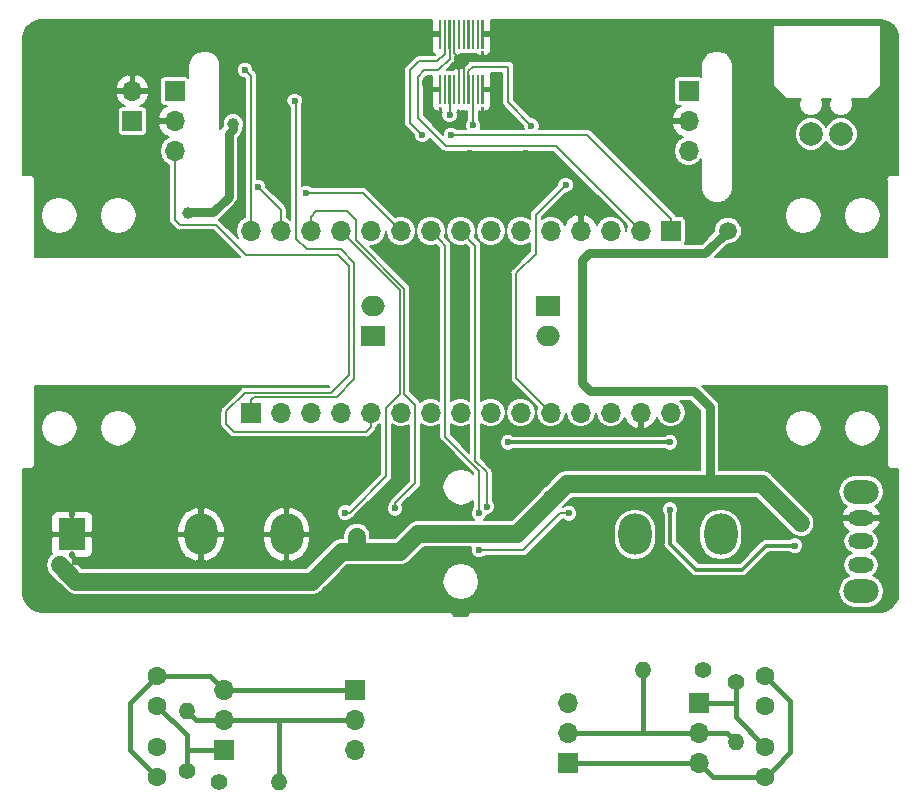
<source format=gtl>
G04 #@! TF.GenerationSoftware,KiCad,Pcbnew,(5.0.0)*
G04 #@! TF.CreationDate,2019-08-04T00:31:06+09:00*
G04 #@! TF.ProjectId,MiniRoverShield,4D696E69526F766572536869656C642E,rev?*
G04 #@! TF.SameCoordinates,Original*
G04 #@! TF.FileFunction,Copper,L1,Top,Signal*
G04 #@! TF.FilePolarity,Positive*
%FSLAX46Y46*%
G04 Gerber Fmt 4.6, Leading zero omitted, Abs format (unit mm)*
G04 Created by KiCad (PCBNEW (5.0.0)) date 08/04/19 00:31:06*
%MOMM*%
%LPD*%
G01*
G04 APERTURE LIST*
G04 #@! TA.AperFunction,ComponentPad*
%ADD10C,1.600000*%
G04 #@! TD*
G04 #@! TA.AperFunction,ComponentPad*
%ADD11R,1.700000X1.700000*%
G04 #@! TD*
G04 #@! TA.AperFunction,ComponentPad*
%ADD12O,1.700000X1.700000*%
G04 #@! TD*
G04 #@! TA.AperFunction,ComponentPad*
%ADD13O,1.400000X1.400000*%
G04 #@! TD*
G04 #@! TA.AperFunction,ComponentPad*
%ADD14C,1.400000*%
G04 #@! TD*
G04 #@! TA.AperFunction,ComponentPad*
%ADD15O,2.000000X1.700000*%
G04 #@! TD*
G04 #@! TA.AperFunction,ComponentPad*
%ADD16R,2.000000X1.700000*%
G04 #@! TD*
G04 #@! TA.AperFunction,ComponentPad*
%ADD17C,0.600000*%
G04 #@! TD*
G04 #@! TA.AperFunction,Conductor*
%ADD18R,2.300000X2.800000*%
G04 #@! TD*
G04 #@! TA.AperFunction,ComponentPad*
%ADD19C,2.000000*%
G04 #@! TD*
G04 #@! TA.AperFunction,SMDPad,CuDef*
%ADD20C,0.200000*%
G04 #@! TD*
G04 #@! TA.AperFunction,Conductor*
%ADD21C,0.100000*%
G04 #@! TD*
G04 #@! TA.AperFunction,ComponentPad*
%ADD22O,2.800000X3.500000*%
G04 #@! TD*
G04 #@! TA.AperFunction,ComponentPad*
%ADD23O,3.000000X2.000000*%
G04 #@! TD*
G04 #@! TA.AperFunction,ComponentPad*
%ADD24O,2.200000X1.300000*%
G04 #@! TD*
G04 #@! TA.AperFunction,ViaPad*
%ADD25C,0.600000*%
G04 #@! TD*
G04 #@! TA.AperFunction,ViaPad*
%ADD26C,1.000000*%
G04 #@! TD*
G04 #@! TA.AperFunction,ViaPad*
%ADD27C,1.500000*%
G04 #@! TD*
G04 #@! TA.AperFunction,Conductor*
%ADD28C,0.200000*%
G04 #@! TD*
G04 #@! TA.AperFunction,Conductor*
%ADD29C,0.300000*%
G04 #@! TD*
G04 #@! TA.AperFunction,Conductor*
%ADD30C,0.152400*%
G04 #@! TD*
G04 #@! TA.AperFunction,Conductor*
%ADD31C,0.800000*%
G04 #@! TD*
G04 #@! TA.AperFunction,Conductor*
%ADD32C,0.400000*%
G04 #@! TD*
G04 #@! TA.AperFunction,Conductor*
%ADD33C,1.500000*%
G04 #@! TD*
G04 APERTURE END LIST*
D10*
G04 #@! TO.P,Q4,1*
G04 #@! TO.N,Net-(D4-Pad2)*
X103850000Y-111470000D03*
G04 #@! TO.P,Q4,2*
G04 #@! TO.N,Net-(J4-Pad3)*
X103850000Y-108930000D03*
G04 #@! TD*
G04 #@! TO.P,D4,2*
G04 #@! TO.N,Net-(D4-Pad2)*
X103850000Y-102930000D03*
G04 #@! TO.P,D4,1*
G04 #@! TO.N,Net-(D4-Pad1)*
X103850000Y-105470000D03*
G04 #@! TD*
D11*
G04 #@! TO.P,J6,1*
G04 #@! TO.N,Net-(J4-Pad3)*
X98200000Y-105190000D03*
D12*
G04 #@! TO.P,J6,2*
G04 #@! TO.N,Net-(J4-Pad2)*
X98200000Y-107730000D03*
G04 #@! TO.P,J6,3*
G04 #@! TO.N,Net-(D4-Pad2)*
X98200000Y-110270000D03*
G04 #@! TD*
D11*
G04 #@! TO.P,J4,1*
G04 #@! TO.N,Net-(D4-Pad2)*
X87100000Y-110270000D03*
D12*
G04 #@! TO.P,J4,2*
G04 #@! TO.N,Net-(J4-Pad2)*
X87100000Y-107730000D03*
G04 #@! TO.P,J4,3*
G04 #@! TO.N,Net-(J4-Pad3)*
X87100000Y-105190000D03*
G04 #@! TD*
D13*
G04 #@! TO.P,R10,2*
G04 #@! TO.N,Net-(J4-Pad2)*
X101350000Y-108510000D03*
D14*
G04 #@! TO.P,R10,1*
G04 #@! TO.N,Net-(J4-Pad3)*
X101350000Y-103430000D03*
G04 #@! TD*
G04 #@! TO.P,R12,1*
G04 #@! TO.N,Net-(D4-Pad1)*
X98600000Y-102430000D03*
D13*
G04 #@! TO.P,R12,2*
G04 #@! TO.N,Net-(J4-Pad2)*
X93520000Y-102430000D03*
G04 #@! TD*
D10*
G04 #@! TO.P,D3,1*
G04 #@! TO.N,Net-(D3-Pad1)*
X52350000Y-108890000D03*
G04 #@! TO.P,D3,2*
G04 #@! TO.N,Net-(D3-Pad2)*
X52350000Y-111430000D03*
G04 #@! TD*
G04 #@! TO.P,Q3,2*
G04 #@! TO.N,Net-(J3-Pad3)*
X52350000Y-105430000D03*
G04 #@! TO.P,Q3,1*
G04 #@! TO.N,Net-(D3-Pad2)*
X52350000Y-102890000D03*
G04 #@! TD*
D12*
G04 #@! TO.P,J3,3*
G04 #@! TO.N,Net-(J3-Pad3)*
X69100000Y-109170000D03*
G04 #@! TO.P,J3,2*
G04 #@! TO.N,Net-(J3-Pad2)*
X69100000Y-106630000D03*
D11*
G04 #@! TO.P,J3,1*
G04 #@! TO.N,Net-(D3-Pad2)*
X69100000Y-104090000D03*
G04 #@! TD*
D15*
G04 #@! TO.P,P5,2*
G04 #@! TO.N,Net-(P5-Pad2)*
X70650000Y-71630000D03*
D16*
G04 #@! TO.P,P5,1*
G04 #@! TO.N,Net-(P5-Pad1)*
X70650000Y-74130000D03*
G04 #@! TD*
G04 #@! TO.P,P6,1*
G04 #@! TO.N,Net-(P6-Pad1)*
X85450000Y-71630000D03*
D15*
G04 #@! TO.P,P6,2*
G04 #@! TO.N,Net-(P6-Pad2)*
X85450000Y-74130000D03*
G04 #@! TD*
D11*
G04 #@! TO.P,P3,1*
G04 #@! TO.N,/flightPin*
X50250000Y-55930000D03*
D12*
G04 #@! TO.P,P3,2*
G04 #@! TO.N,GND*
X50250000Y-53390000D03*
G04 #@! TD*
G04 #@! TO.P,J5,3*
G04 #@! TO.N,Net-(D3-Pad2)*
X58000000Y-104090000D03*
G04 #@! TO.P,J5,2*
G04 #@! TO.N,Net-(J3-Pad2)*
X58000000Y-106630000D03*
D11*
G04 #@! TO.P,J5,1*
G04 #@! TO.N,Net-(J3-Pad3)*
X58000000Y-109170000D03*
G04 #@! TD*
D17*
G04 #@! TO.P,U1,11*
G04 #@! TO.N,GND*
X44650000Y-91680000D03*
X45150000Y-90930000D03*
X44650000Y-90180000D03*
X45650000Y-90180000D03*
X45650000Y-91680000D03*
D18*
G04 #@! TD*
G04 #@! TO.N,GND*
G04 #@! TO.C,U1*
X45150000Y-90930000D03*
D14*
G04 #@! TO.P,R9,1*
G04 #@! TO.N,Net-(J3-Pad3)*
X54850000Y-110930000D03*
D13*
G04 #@! TO.P,R9,2*
G04 #@! TO.N,Net-(J3-Pad2)*
X54850000Y-105850000D03*
G04 #@! TD*
G04 #@! TO.P,R11,2*
G04 #@! TO.N,Net-(J3-Pad2)*
X62680000Y-111930000D03*
D14*
G04 #@! TO.P,R11,1*
G04 #@! TO.N,Net-(D3-Pad1)*
X57600000Y-111930000D03*
G04 #@! TD*
D19*
G04 #@! TO.P,P4,1*
G04 #@! TO.N,+VSW*
X110250000Y-57030000D03*
G04 #@! TO.P,P4,2*
G04 #@! TO.N,Net-(P4-Pad2)*
X107710000Y-57030000D03*
G04 #@! TD*
D20*
G04 #@! TO.P,U2,19*
G04 #@! TO.N,GND*
X79900000Y-48590000D03*
D21*
G04 #@! TD*
G04 #@! TO.N,GND*
G04 #@! TO.C,U2*
G36*
X80000000Y-47340000D02*
X80000000Y-49840000D01*
X79800000Y-49840000D01*
X79800000Y-47340000D01*
X80000000Y-47340000D01*
X80000000Y-47340000D01*
G37*
D20*
G04 #@! TO.P,U2,17*
G04 #@! TO.N,N/C*
X79500000Y-48590000D03*
D21*
G04 #@! TD*
G04 #@! TO.N,N/C*
G04 #@! TO.C,U2*
G36*
X79600000Y-47340000D02*
X79600000Y-49840000D01*
X79400000Y-49840000D01*
X79400000Y-47340000D01*
X79600000Y-47340000D01*
X79600000Y-47340000D01*
G37*
D20*
G04 #@! TO.P,U2,15*
G04 #@! TO.N,N/C*
X79100000Y-48590000D03*
D21*
G04 #@! TD*
G04 #@! TO.N,N/C*
G04 #@! TO.C,U2*
G36*
X79200000Y-47340000D02*
X79200000Y-49840000D01*
X79000000Y-49840000D01*
X79000000Y-47340000D01*
X79200000Y-47340000D01*
X79200000Y-47340000D01*
G37*
D20*
G04 #@! TO.P,U2,13*
G04 #@! TO.N,N/C*
X78700000Y-48590000D03*
D21*
G04 #@! TD*
G04 #@! TO.N,N/C*
G04 #@! TO.C,U2*
G36*
X78800000Y-47340000D02*
X78800000Y-49840000D01*
X78600000Y-49840000D01*
X78600000Y-47340000D01*
X78800000Y-47340000D01*
X78800000Y-47340000D01*
G37*
D20*
G04 #@! TO.P,U2,11*
G04 #@! TO.N,N/C*
X78300000Y-48590000D03*
D21*
G04 #@! TD*
G04 #@! TO.N,N/C*
G04 #@! TO.C,U2*
G36*
X78400000Y-47340000D02*
X78400000Y-49840000D01*
X78200000Y-49840000D01*
X78200000Y-47340000D01*
X78400000Y-47340000D01*
X78400000Y-47340000D01*
G37*
D20*
G04 #@! TO.P,U2,9*
G04 #@! TO.N,N/C*
X77900000Y-48590000D03*
D21*
G04 #@! TD*
G04 #@! TO.N,N/C*
G04 #@! TO.C,U2*
G36*
X78000000Y-47340000D02*
X78000000Y-49840000D01*
X77800000Y-49840000D01*
X77800000Y-47340000D01*
X78000000Y-47340000D01*
X78000000Y-47340000D01*
G37*
D20*
G04 #@! TO.P,U2,7*
G04 #@! TO.N,GND*
X77500000Y-48590000D03*
D21*
G04 #@! TD*
G04 #@! TO.N,GND*
G04 #@! TO.C,U2*
G36*
X77600000Y-47340000D02*
X77600000Y-49840000D01*
X77400000Y-49840000D01*
X77400000Y-47340000D01*
X77600000Y-47340000D01*
X77600000Y-47340000D01*
G37*
D20*
G04 #@! TO.P,U2,5*
G04 #@! TO.N,/Arduino\2190GPS*
X77100000Y-48590000D03*
D21*
G04 #@! TD*
G04 #@! TO.N,/Arduino\2190GPS*
G04 #@! TO.C,U2*
G36*
X77200000Y-47340000D02*
X77200000Y-49840000D01*
X77000000Y-49840000D01*
X77000000Y-47340000D01*
X77200000Y-47340000D01*
X77200000Y-47340000D01*
G37*
D20*
G04 #@! TO.P,U2,3*
G04 #@! TO.N,/Arduino\2192GPS*
X76700000Y-48590000D03*
D21*
G04 #@! TD*
G04 #@! TO.N,/Arduino\2192GPS*
G04 #@! TO.C,U2*
G36*
X76800000Y-47340000D02*
X76800000Y-49840000D01*
X76600000Y-49840000D01*
X76600000Y-47340000D01*
X76800000Y-47340000D01*
X76800000Y-47340000D01*
G37*
D20*
G04 #@! TO.P,U2,1*
G04 #@! TO.N,GND*
X76300000Y-48590000D03*
D21*
G04 #@! TD*
G04 #@! TO.N,GND*
G04 #@! TO.C,U2*
G36*
X76400000Y-47340000D02*
X76400000Y-49840000D01*
X76200000Y-49840000D01*
X76200000Y-47340000D01*
X76400000Y-47340000D01*
X76400000Y-47340000D01*
G37*
D20*
G04 #@! TO.P,U2,2*
G04 #@! TO.N,GND*
X76300000Y-53270000D03*
D21*
G04 #@! TD*
G04 #@! TO.N,GND*
G04 #@! TO.C,U2*
G36*
X76400000Y-52020000D02*
X76400000Y-54520000D01*
X76200000Y-54520000D01*
X76200000Y-52020000D01*
X76400000Y-52020000D01*
X76400000Y-52020000D01*
G37*
D20*
G04 #@! TO.P,U2,4*
G04 #@! TO.N,Net-(U2-Pad4)*
X76700000Y-53270000D03*
D21*
G04 #@! TD*
G04 #@! TO.N,Net-(U2-Pad4)*
G04 #@! TO.C,U2*
G36*
X76800000Y-52020000D02*
X76800000Y-54520000D01*
X76600000Y-54520000D01*
X76600000Y-52020000D01*
X76800000Y-52020000D01*
X76800000Y-52020000D01*
G37*
D20*
G04 #@! TO.P,U2,6*
G04 #@! TO.N,Net-(R2-Pad1)*
X77100000Y-53270000D03*
D21*
G04 #@! TD*
G04 #@! TO.N,Net-(R2-Pad1)*
G04 #@! TO.C,U2*
G36*
X77200000Y-52020000D02*
X77200000Y-54520000D01*
X77000000Y-54520000D01*
X77000000Y-52020000D01*
X77200000Y-52020000D01*
X77200000Y-52020000D01*
G37*
D20*
G04 #@! TO.P,U2,8*
G04 #@! TO.N,N/C*
X77500000Y-53270000D03*
D21*
G04 #@! TD*
G04 #@! TO.N,N/C*
G04 #@! TO.C,U2*
G36*
X77600000Y-52020000D02*
X77600000Y-54520000D01*
X77400000Y-54520000D01*
X77400000Y-52020000D01*
X77600000Y-52020000D01*
X77600000Y-52020000D01*
G37*
D20*
G04 #@! TO.P,U2,10*
G04 #@! TO.N,GND*
X77900000Y-53270000D03*
D21*
G04 #@! TD*
G04 #@! TO.N,GND*
G04 #@! TO.C,U2*
G36*
X78000000Y-52020000D02*
X78000000Y-54520000D01*
X77800000Y-54520000D01*
X77800000Y-52020000D01*
X78000000Y-52020000D01*
X78000000Y-52020000D01*
G37*
D20*
G04 #@! TO.P,U2,12*
G04 #@! TO.N,GND*
X78300000Y-53270000D03*
D21*
G04 #@! TD*
G04 #@! TO.N,GND*
G04 #@! TO.C,U2*
G36*
X78400000Y-52020000D02*
X78400000Y-54520000D01*
X78200000Y-54520000D01*
X78200000Y-52020000D01*
X78400000Y-52020000D01*
X78400000Y-52020000D01*
G37*
D20*
G04 #@! TO.P,U2,14*
G04 #@! TO.N,+BATT*
X78700000Y-53270000D03*
D21*
G04 #@! TD*
G04 #@! TO.N,+BATT*
G04 #@! TO.C,U2*
G36*
X78800000Y-52020000D02*
X78800000Y-54520000D01*
X78600000Y-54520000D01*
X78600000Y-52020000D01*
X78800000Y-52020000D01*
X78800000Y-52020000D01*
G37*
D20*
G04 #@! TO.P,U2,16*
G04 #@! TO.N,+3V3*
X79100000Y-53270000D03*
D21*
G04 #@! TD*
G04 #@! TO.N,+3V3*
G04 #@! TO.C,U2*
G36*
X79200000Y-52020000D02*
X79200000Y-54520000D01*
X79000000Y-54520000D01*
X79000000Y-52020000D01*
X79200000Y-52020000D01*
X79200000Y-52020000D01*
G37*
D20*
G04 #@! TO.P,U2,18*
G04 #@! TO.N,N/C*
X79500000Y-53270000D03*
D21*
G04 #@! TD*
G04 #@! TO.N,N/C*
G04 #@! TO.C,U2*
G36*
X79600000Y-52020000D02*
X79600000Y-54520000D01*
X79400000Y-54520000D01*
X79400000Y-52020000D01*
X79600000Y-52020000D01*
X79600000Y-52020000D01*
G37*
D20*
G04 #@! TO.P,U2,20*
G04 #@! TO.N,GND*
X79900000Y-53270000D03*
D21*
G04 #@! TD*
G04 #@! TO.N,GND*
G04 #@! TO.C,U2*
G36*
X80000000Y-52020000D02*
X80000000Y-54520000D01*
X79800000Y-54520000D01*
X79800000Y-52020000D01*
X80000000Y-52020000D01*
X80000000Y-52020000D01*
G37*
D11*
G04 #@! TO.P,P2,1*
G04 #@! TO.N,/Arduino\2192GPS*
X95830000Y-65240000D03*
D12*
G04 #@! TO.P,P2,2*
G04 #@! TO.N,/Arduino\2190GPS*
X93290000Y-65240000D03*
G04 #@! TO.P,P2,3*
G04 #@! TO.N,Net-(P2-Pad3)*
X90750000Y-65240000D03*
G04 #@! TO.P,P2,4*
G04 #@! TO.N,GND*
X88210000Y-65240000D03*
G04 #@! TO.P,P2,5*
G04 #@! TO.N,Net-(P2-Pad5)*
X85670000Y-65240000D03*
G04 #@! TO.P,P2,6*
G04 #@! TO.N,/Nichrome*
X83130000Y-65240000D03*
G04 #@! TO.P,P2,7*
G04 #@! TO.N,Net-(P2-Pad7)*
X80590000Y-65240000D03*
G04 #@! TO.P,P2,8*
G04 #@! TO.N,/MotorR2*
X78050000Y-65240000D03*
G04 #@! TO.P,P2,9*
G04 #@! TO.N,/MotorR1*
X75510000Y-65240000D03*
G04 #@! TO.P,P2,10*
G04 #@! TO.N,/flightPin*
X72970000Y-65240000D03*
G04 #@! TO.P,P2,11*
G04 #@! TO.N,/CS*
X70430000Y-65240000D03*
G04 #@! TO.P,P2,12*
G04 #@! TO.N,/MotorL2*
X67890000Y-65240000D03*
G04 #@! TO.P,P2,13*
G04 #@! TO.N,/MotorL1*
X65350000Y-65240000D03*
G04 #@! TO.P,P2,14*
G04 #@! TO.N,/MOSI*
X62810000Y-65240000D03*
G04 #@! TO.P,P2,15*
G04 #@! TO.N,/MISO*
X60270000Y-65240000D03*
G04 #@! TD*
D22*
G04 #@! TO.P,BT1,1*
G04 #@! TO.N,Net-(BT1-Pad1)*
X92800000Y-90930000D03*
X100050000Y-90930000D03*
G04 #@! TO.P,BT1,2*
G04 #@! TO.N,GND*
X56050000Y-90930000D03*
X63300000Y-90930000D03*
G04 #@! TD*
D11*
G04 #@! TO.P,J1,1*
G04 #@! TO.N,+3V3*
X97350000Y-53390000D03*
D12*
G04 #@! TO.P,J1,2*
G04 #@! TO.N,GND*
X97350000Y-55930000D03*
G04 #@! TO.P,J1,3*
G04 #@! TO.N,/PTr_R*
X97350000Y-58470000D03*
G04 #@! TD*
D11*
G04 #@! TO.P,J2,1*
G04 #@! TO.N,+3V3*
X53850000Y-53390000D03*
D12*
G04 #@! TO.P,J2,2*
G04 #@! TO.N,GND*
X53850000Y-55930000D03*
G04 #@! TO.P,J2,3*
G04 #@! TO.N,/RTr_L*
X53850000Y-58470000D03*
G04 #@! TD*
G04 #@! TO.P,P1,15*
G04 #@! TO.N,Net-(P1-Pad15)*
X95830000Y-80610000D03*
G04 #@! TO.P,P1,14*
G04 #@! TO.N,GND*
X93290000Y-80610000D03*
G04 #@! TO.P,P1,13*
G04 #@! TO.N,Net-(P1-Pad13)*
X90750000Y-80610000D03*
G04 #@! TO.P,P1,12*
G04 #@! TO.N,Net-(P1-Pad12)*
X88210000Y-80610000D03*
G04 #@! TO.P,P1,11*
G04 #@! TO.N,/PTr_R*
X85670000Y-80610000D03*
G04 #@! TO.P,P1,10*
G04 #@! TO.N,Net-(P1-Pad10)*
X83130000Y-80610000D03*
G04 #@! TO.P,P1,9*
G04 #@! TO.N,Net-(P1-Pad9)*
X80590000Y-80610000D03*
G04 #@! TO.P,P1,8*
G04 #@! TO.N,Net-(P1-Pad8)*
X78050000Y-80610000D03*
G04 #@! TO.P,P1,7*
G04 #@! TO.N,/Vbatt*
X75510000Y-80610000D03*
G04 #@! TO.P,P1,6*
G04 #@! TO.N,Net-(P1-Pad6)*
X72970000Y-80610000D03*
G04 #@! TO.P,P1,5*
G04 #@! TO.N,/RTr_L*
X70430000Y-80610000D03*
G04 #@! TO.P,P1,4*
G04 #@! TO.N,Net-(P1-Pad4)*
X67890000Y-80610000D03*
G04 #@! TO.P,P1,3*
G04 #@! TO.N,Net-(P1-Pad3)*
X65350000Y-80610000D03*
G04 #@! TO.P,P1,2*
G04 #@! TO.N,+3V3*
X62810000Y-80610000D03*
D11*
G04 #@! TO.P,P1,1*
G04 #@! TO.N,/SCK*
X60270000Y-80610000D03*
G04 #@! TD*
D23*
G04 #@! TO.P,SW1,*
G04 #@! TO.N,*
X111950000Y-87330000D03*
X111950000Y-95730000D03*
D24*
G04 #@! TO.P,SW1,1*
G04 #@! TO.N,GND*
X111950000Y-89530000D03*
G04 #@! TO.P,SW1,2*
G04 #@! TO.N,Net-(Q1-Pad2)*
X111950000Y-91530000D03*
G04 #@! TO.P,SW1,3*
G04 #@! TO.N,N/C*
X111950000Y-93530000D03*
G04 #@! TD*
D25*
G04 #@! TO.N,GND*
X43090000Y-47930000D03*
X45630000Y-47930000D03*
X48170000Y-47930000D03*
X50710000Y-47930000D03*
X53250000Y-47930000D03*
X41820000Y-49200000D03*
X41820000Y-51740000D03*
X41820000Y-54280000D03*
X41820000Y-56820000D03*
X41820000Y-59360000D03*
X43090000Y-60630000D03*
X43090000Y-66980000D03*
X45630000Y-66980000D03*
X48170000Y-66980000D03*
X50710000Y-66980000D03*
X53250000Y-66980000D03*
X53250000Y-65710000D03*
X51980000Y-63170000D03*
X49440000Y-60630000D03*
X114210000Y-55550000D03*
X114210000Y-58090000D03*
X112940000Y-60630000D03*
X112940000Y-66980000D03*
X110400000Y-66980000D03*
X107860000Y-66980000D03*
X105320000Y-66980000D03*
X102780000Y-66980000D03*
X102780000Y-47930000D03*
X100240000Y-47930000D03*
X97700000Y-47930000D03*
X95160000Y-47930000D03*
X92620000Y-47930000D03*
X90080000Y-47930000D03*
X87540000Y-47930000D03*
X85000000Y-47930000D03*
X82460000Y-47930000D03*
X68490000Y-47930000D03*
X71030000Y-47930000D03*
X63410000Y-47930000D03*
X60870000Y-47930000D03*
X80555000Y-63170000D03*
X83550000Y-58680000D03*
X86270000Y-54915000D03*
X93890000Y-54915000D03*
X93890000Y-57455000D03*
X73050000Y-57180000D03*
X69050000Y-60930000D03*
X74840000Y-62535000D03*
X78800000Y-58680000D03*
X72300000Y-54915000D03*
X69125000Y-57455000D03*
X65315000Y-55550000D03*
X72300000Y-51105000D03*
X57060000Y-79680000D03*
X54520000Y-79680000D03*
X51980000Y-79680000D03*
X49440000Y-79680000D03*
X46900000Y-79680000D03*
X44360000Y-79680000D03*
X41820000Y-86030000D03*
X41820000Y-94920000D03*
X45630000Y-96825000D03*
X48170000Y-96825000D03*
X50710000Y-96825000D03*
X53250000Y-96825000D03*
X55790000Y-96825000D03*
X58330000Y-96825000D03*
X60870000Y-96825000D03*
X63410000Y-96825000D03*
X65950000Y-96825000D03*
X68490000Y-96825000D03*
X71030000Y-96825000D03*
X73570000Y-96825000D03*
X76110000Y-96825000D03*
X79920000Y-96825000D03*
X82460000Y-96825000D03*
X85000000Y-96825000D03*
X87540000Y-96825000D03*
X90080000Y-96825000D03*
X92620000Y-96825000D03*
X95160000Y-96825000D03*
X97700000Y-96825000D03*
X100240000Y-96825000D03*
X102780000Y-96825000D03*
X114210000Y-96825000D03*
X114210000Y-94285000D03*
X114210000Y-90475000D03*
X114210000Y-86030000D03*
X113575000Y-79045000D03*
X111035000Y-79045000D03*
X108495000Y-79045000D03*
X105955000Y-79045000D03*
X104050000Y-79045000D03*
X104685000Y-80315000D03*
X104050000Y-84760000D03*
X100875000Y-81585000D03*
X109130000Y-96825000D03*
X78015000Y-77140000D03*
X80555000Y-75362000D03*
X80555000Y-69520000D03*
X77888000Y-69520000D03*
X74967000Y-69520000D03*
X74205000Y-78283000D03*
X75050000Y-52680000D03*
X81300000Y-52680000D03*
X81571000Y-55550000D03*
X83476000Y-53645000D03*
X87550000Y-50930000D03*
X95414000Y-52502000D03*
X48644980Y-90919500D03*
X45400000Y-93248680D03*
X43940900Y-88635000D03*
X92874000Y-84760000D03*
X97700000Y-84760000D03*
X97700000Y-81458000D03*
X81952000Y-81966000D03*
X89318000Y-82220000D03*
X78142000Y-82474000D03*
X63550000Y-49930000D03*
X66050000Y-50180000D03*
X97700000Y-50470000D03*
D26*
G04 #@! TO.N,+3V3*
X58800000Y-56185000D03*
D25*
X79100000Y-56306500D03*
D26*
X54926400Y-63678000D03*
D25*
G04 #@! TO.N,+BATT*
X82053600Y-83134400D03*
X95769600Y-83134400D03*
X95769600Y-88824000D03*
X106336000Y-91872000D03*
X84034800Y-56312000D03*
G04 #@! TO.N,Net-(R2-Pad1)*
X77100600Y-55423000D03*
G04 #@! TO.N,/Arduino\2192GPS*
X74789200Y-57124800D03*
X77227600Y-57124800D03*
G04 #@! TO.N,/flightPin*
X64934000Y-62027000D03*
G04 #@! TO.N,/MISO*
X59790500Y-51613000D03*
G04 #@! TO.N,/MOSI*
X60870000Y-61519000D03*
D27*
G04 #@! TO.N,+VSW*
X106844000Y-89967000D03*
D25*
X44106000Y-93523000D03*
X47916000Y-94920000D03*
D27*
X100671800Y-65227400D03*
X69252000Y-91110000D03*
X85762000Y-87865000D03*
D25*
G04 #@! TO.N,/MotorL1*
X72490500Y-88715000D03*
G04 #@! TO.N,/MotorL2*
X68236000Y-89078000D03*
G04 #@! TO.N,/MotorR2*
X80237500Y-88570000D03*
G04 #@! TO.N,/MotorR1*
X79602500Y-89141500D03*
X79602500Y-92253000D03*
X87222500Y-89141500D03*
G04 #@! TO.N,/PTr_R*
X86930400Y-61341200D03*
G04 #@! TO.N,/SCK*
X63981500Y-54216500D03*
G04 #@! TD*
D28*
G04 #@! TO.N,GND*
X78299480Y-50583400D02*
X78299480Y-52174340D01*
X77900700Y-50576680D02*
X77900700Y-52167620D01*
X77500000Y-48590000D02*
X77500000Y-50175980D01*
X77500000Y-50175980D02*
X77900700Y-50576680D01*
X77900700Y-50576680D02*
X79884440Y-50576680D01*
D29*
X56050000Y-88880000D02*
X56050000Y-90930000D01*
X56050000Y-80265736D02*
X56050000Y-88880000D01*
X56635736Y-79680000D02*
X56050000Y-80265736D01*
X57060000Y-79680000D02*
X56635736Y-79680000D01*
D28*
X45150000Y-91180000D02*
X45650000Y-91680000D01*
X45150000Y-90930000D02*
X45150000Y-91180000D01*
D30*
X44650000Y-91430000D02*
X45150000Y-90930000D01*
X44650000Y-91680000D02*
X44650000Y-91430000D01*
X45150000Y-90680000D02*
X45650000Y-90180000D01*
X45150000Y-90930000D02*
X45150000Y-90680000D01*
X44650000Y-90430000D02*
X45150000Y-90930000D01*
X44650000Y-90180000D02*
X44650000Y-90430000D01*
D31*
G04 #@! TO.N,+3V3*
X58800000Y-56609264D02*
X58393500Y-57015764D01*
X58800000Y-56185000D02*
X58800000Y-56609264D01*
X58393500Y-57015764D02*
X58393500Y-62336500D01*
D28*
X79100000Y-56306500D02*
X79100000Y-56306500D01*
X79100000Y-53270000D02*
X79100000Y-56306500D01*
X79100000Y-56306500D02*
X79094500Y-56312000D01*
D31*
X54963200Y-63641200D02*
X54926400Y-63678000D01*
X58393500Y-62336500D02*
X57088800Y-63641200D01*
X57088800Y-63641200D02*
X54963200Y-63641200D01*
D29*
G04 #@! TO.N,+BATT*
X82053600Y-83134400D02*
X95769600Y-83134400D01*
X95769600Y-88824000D02*
X95769600Y-91719600D01*
X103930823Y-91872000D02*
X106336000Y-91872000D01*
X101898823Y-93904000D02*
X103930823Y-91872000D01*
X97954000Y-93904000D02*
X101898823Y-93904000D01*
X95769600Y-91719600D02*
X97954000Y-93904000D01*
D28*
X78700000Y-53270000D02*
X78700000Y-51690000D01*
X78700000Y-51690000D02*
X79056400Y-51333600D01*
X79056400Y-51333600D02*
X82053600Y-51333600D01*
X82053600Y-51333600D02*
X82053600Y-54330800D01*
X82053600Y-54330800D02*
X84034800Y-56312000D01*
G04 #@! TO.N,Net-(R2-Pad1)*
X77100600Y-53270600D02*
X77100000Y-53270000D01*
X77100600Y-55423000D02*
X77100600Y-53270600D01*
G04 #@! TO.N,/Arduino\2192GPS*
X76700000Y-48590000D02*
X76700000Y-50235600D01*
X76700000Y-50235600D02*
X76059200Y-50876400D01*
X76059200Y-50876400D02*
X74509800Y-50876400D01*
X88764800Y-57124800D02*
X86143000Y-57124800D01*
X95830000Y-65240000D02*
X95830000Y-64190000D01*
X95830000Y-64190000D02*
X88764800Y-57124800D01*
X74509800Y-50876400D02*
X73747800Y-51638400D01*
X73747800Y-56083400D02*
X74789200Y-57124800D01*
X73747800Y-51638400D02*
X73747800Y-56083400D01*
X86143000Y-57124800D02*
X77227600Y-57124800D01*
G04 #@! TO.N,/Arduino\2190GPS*
X77100000Y-48590000D02*
X77100000Y-50648400D01*
X77100000Y-50648400D02*
X76110000Y-51638400D01*
X74408200Y-52171800D02*
X74941600Y-51638400D01*
X76110000Y-51638400D02*
X74941600Y-51638400D01*
X75881400Y-57124800D02*
X74408200Y-55651600D01*
X74408200Y-55651600D02*
X74408200Y-52171800D01*
X75881400Y-57124800D02*
X75881400Y-57150200D01*
X75881400Y-57150200D02*
X76770400Y-58039200D01*
X86089200Y-58039200D02*
X93290000Y-65240000D01*
X76770400Y-58039200D02*
X86089200Y-58039200D01*
D32*
G04 #@! TO.N,Net-(J3-Pad2)*
X55630000Y-106630000D02*
X54850000Y-105850000D01*
X58000000Y-106630000D02*
X55630000Y-106630000D01*
X62680000Y-106725000D02*
X62775000Y-106630000D01*
X62680000Y-111930000D02*
X62680000Y-106725000D01*
X58000000Y-106630000D02*
X62775000Y-106630000D01*
X62775000Y-106630000D02*
X69100000Y-106630000D01*
D28*
G04 #@! TO.N,/flightPin*
X72970000Y-65240000D02*
X69757000Y-62027000D01*
X69757000Y-62027000D02*
X64934000Y-62027000D01*
G04 #@! TO.N,/MISO*
X60270000Y-65240000D02*
X60270000Y-52092500D01*
X60270000Y-52092500D02*
X59790500Y-51613000D01*
G04 #@! TO.N,/MOSI*
X62810000Y-63459000D02*
X62810000Y-65240000D01*
X60870000Y-61519000D02*
X62810000Y-63459000D01*
D32*
G04 #@! TO.N,Net-(J3-Pad3)*
X54850000Y-107930000D02*
X52350000Y-105430000D01*
X54876000Y-109170000D02*
X54850000Y-109144000D01*
X58000000Y-109170000D02*
X54876000Y-109170000D01*
X54850000Y-110930000D02*
X54850000Y-109144000D01*
X54850000Y-109144000D02*
X54850000Y-107930000D01*
G04 #@! TO.N,Net-(J4-Pad2)*
X93520000Y-107614000D02*
X93636000Y-107730000D01*
X93520000Y-102430000D02*
X93520000Y-107614000D01*
X87100000Y-107730000D02*
X93636000Y-107730000D01*
X93636000Y-107730000D02*
X98200000Y-107730000D01*
X100570000Y-107730000D02*
X101350000Y-108510000D01*
X98200000Y-107730000D02*
X100570000Y-107730000D01*
G04 #@! TO.N,Net-(J4-Pad3)*
X101350000Y-106430000D02*
X103850000Y-108930000D01*
X99458400Y-105181600D02*
X101350000Y-105181600D01*
X99450000Y-105190000D02*
X99458400Y-105181600D01*
X98200000Y-105190000D02*
X99450000Y-105190000D01*
X101350000Y-103430000D02*
X101350000Y-105181600D01*
X101350000Y-105181600D02*
X101350000Y-106430000D01*
D33*
G04 #@! TO.N,+VSW*
X106844000Y-89967000D02*
X103542000Y-86665000D01*
X87032000Y-86665000D02*
X82841000Y-90856000D01*
X82841000Y-90856000D02*
X74459000Y-90856000D01*
X74459000Y-90856000D02*
X72935000Y-92380000D01*
X67982000Y-92380000D02*
X65442000Y-94920000D01*
X45503000Y-94920000D02*
X44106000Y-93523000D01*
X65442000Y-94920000D02*
X47916000Y-94920000D01*
X47916000Y-94920000D02*
X45503000Y-94920000D01*
D31*
X99122400Y-80137200D02*
X99122400Y-86665000D01*
X88302000Y-78143310D02*
X88975090Y-78816400D01*
X88975090Y-78816400D02*
X97801600Y-78816400D01*
D33*
X99122400Y-86665000D02*
X87032000Y-86665000D01*
X103542000Y-86665000D02*
X99122400Y-86665000D01*
D31*
X100671800Y-65227400D02*
X98766800Y-67132400D01*
X98766800Y-67132400D02*
X88880420Y-67132400D01*
X97801600Y-78816400D02*
X99122400Y-80137200D01*
X88880420Y-67132400D02*
X88302000Y-67710820D01*
X88302000Y-67710820D02*
X88302000Y-78143310D01*
D33*
X69252000Y-91110000D02*
X69252000Y-92380000D01*
X72935000Y-92380000D02*
X69252000Y-92380000D01*
X69252000Y-92380000D02*
X67982000Y-92380000D01*
D28*
G04 #@! TO.N,/MotorL1*
X72490500Y-88715000D02*
X72490500Y-88290736D01*
X74179600Y-79934000D02*
X74179600Y-86601636D01*
X73262010Y-79016410D02*
X74179600Y-79934000D01*
X73262010Y-70113627D02*
X73262010Y-79016410D01*
X69150400Y-66002018D02*
X73262010Y-70113627D01*
X69150400Y-64287600D02*
X69150400Y-66002018D01*
X72490500Y-88290736D02*
X74128800Y-86652436D01*
X65350000Y-65240000D02*
X65350000Y-64037919D01*
X74179600Y-86601636D02*
X74128800Y-86652436D01*
X65350000Y-64037919D02*
X65811519Y-63576400D01*
X65811519Y-63576400D02*
X68439200Y-63576400D01*
X68439200Y-63576400D02*
X69150400Y-64287600D01*
G04 #@! TO.N,/MotorL2*
X68660264Y-89078000D02*
X68236000Y-89078000D01*
X71728500Y-86009764D02*
X68660264Y-89078000D01*
X72909600Y-70259600D02*
X72909600Y-79019600D01*
X72909600Y-79019600D02*
X71995200Y-79934000D01*
X67890000Y-65240000D02*
X72909600Y-70259600D01*
X71995200Y-79934000D02*
X71982500Y-79934000D01*
X71982500Y-79934000D02*
X71728500Y-80188000D01*
X71728500Y-80188000D02*
X71728500Y-86009764D01*
G04 #@! TO.N,/MotorR2*
X79285000Y-66475000D02*
X78050000Y-65240000D01*
X79285000Y-84706118D02*
X79285000Y-66475000D01*
X80237500Y-88570000D02*
X80237500Y-85658618D01*
X80237500Y-85658618D02*
X79285000Y-84706118D01*
G04 #@! TO.N,/MotorR1*
X76359999Y-66089999D02*
X76362999Y-66089999D01*
X75510000Y-65240000D02*
X76359999Y-66089999D01*
X76362999Y-66089999D02*
X76745000Y-66472000D01*
X76745000Y-66472000D02*
X76745000Y-81966000D01*
X76745000Y-81966000D02*
X76745000Y-82664500D01*
X76745000Y-82664500D02*
X79602500Y-85522000D01*
X79602500Y-85522000D02*
X79602500Y-89141500D01*
X79602500Y-92253000D02*
X83349000Y-92253000D01*
X83349000Y-92253000D02*
X86460500Y-89141500D01*
X86460500Y-89141500D02*
X87222500Y-89141500D01*
D32*
G04 #@! TO.N,Net-(D3-Pad2)*
X69100000Y-104090000D02*
X58000000Y-104090000D01*
X56800000Y-102890000D02*
X58000000Y-104090000D01*
X52350000Y-102890000D02*
X56800000Y-102890000D01*
X52350000Y-111430000D02*
X50075000Y-109155000D01*
X50075000Y-105165000D02*
X52350000Y-102890000D01*
X50075000Y-109155000D02*
X50075000Y-105165000D01*
G04 #@! TO.N,Net-(D4-Pad2)*
X98200000Y-110270000D02*
X87100000Y-110270000D01*
X99400000Y-111470000D02*
X103850000Y-111470000D01*
X98200000Y-110270000D02*
X99400000Y-111470000D01*
X104649999Y-110670001D02*
X103850000Y-111470000D01*
X105955000Y-109365000D02*
X104649999Y-110670001D01*
X105955000Y-105035000D02*
X105955000Y-109365000D01*
X103850000Y-102930000D02*
X105955000Y-105035000D01*
D28*
G04 #@! TO.N,/RTr_L*
X70430000Y-81812081D02*
X70430000Y-80610000D01*
X58203000Y-81585000D02*
X58838000Y-82220000D01*
X68591600Y-77419400D02*
X67093000Y-78918000D01*
X59807678Y-78918000D02*
X58203000Y-80522678D01*
X53850000Y-64278000D02*
X54266000Y-64694000D01*
X70022081Y-82220000D02*
X70430000Y-81812081D01*
X58203000Y-80522678D02*
X58203000Y-81585000D01*
X68591600Y-68199200D02*
X68591600Y-77419400D01*
X53850000Y-58470000D02*
X53850000Y-64278000D01*
X57314000Y-64694000D02*
X59854000Y-67234000D01*
X54266000Y-64694000D02*
X57314000Y-64694000D01*
X59854000Y-67234000D02*
X67626400Y-67234000D01*
X58838000Y-82220000D02*
X70022081Y-82220000D01*
X67093000Y-78918000D02*
X59807678Y-78918000D01*
X67626400Y-67234000D02*
X68591600Y-68199200D01*
G04 #@! TO.N,/PTr_R*
X85670000Y-80610000D02*
X82764800Y-77704800D01*
X82764800Y-77704800D02*
X82764800Y-68808800D01*
X82764800Y-68808800D02*
X84390400Y-67183200D01*
X84390400Y-67183200D02*
X84390400Y-63881200D01*
X84390400Y-63881200D02*
X86930400Y-61341200D01*
G04 #@! TO.N,/SCK*
X64108500Y-54343500D02*
X63981500Y-54216500D01*
X64108500Y-65900500D02*
X64108500Y-54343500D01*
X64997500Y-66789500D02*
X64108500Y-65900500D01*
X67893100Y-66789500D02*
X67016800Y-66789500D01*
X69048800Y-77800400D02*
X69048800Y-67945200D01*
X67156500Y-66789500D02*
X67016800Y-66789500D01*
X69048800Y-67945200D02*
X67893100Y-66789500D01*
X60270000Y-80610000D02*
X60270000Y-79560000D01*
X67016800Y-66789500D02*
X64997500Y-66789500D01*
X60270000Y-79560000D02*
X60531000Y-79299000D01*
X60531000Y-79299000D02*
X67550200Y-79299000D01*
X67550200Y-79299000D02*
X69048800Y-77800400D01*
G04 #@! TD*
G04 #@! TO.N,GND*
G36*
X66922727Y-78381166D02*
X66885894Y-78418000D01*
X59856918Y-78418000D01*
X59807677Y-78408205D01*
X59758436Y-78418000D01*
X59758435Y-78418000D01*
X59612588Y-78447011D01*
X59447198Y-78557520D01*
X59419304Y-78599267D01*
X57884270Y-80134302D01*
X57842520Y-80162198D01*
X57732011Y-80327589D01*
X57708896Y-80443795D01*
X57693205Y-80522678D01*
X57703000Y-80571920D01*
X57703001Y-81535754D01*
X57693205Y-81585000D01*
X57720059Y-81720000D01*
X57732012Y-81780090D01*
X57842521Y-81945480D01*
X57884268Y-81973374D01*
X58449625Y-82538732D01*
X58477520Y-82580480D01*
X58642910Y-82690989D01*
X58757302Y-82713743D01*
X58838000Y-82729795D01*
X58887243Y-82720000D01*
X69972840Y-82720000D01*
X70022081Y-82729795D01*
X70071322Y-82720000D01*
X70071324Y-82720000D01*
X70217171Y-82690989D01*
X70382561Y-82580480D01*
X70410457Y-82538730D01*
X70748733Y-82200455D01*
X70790480Y-82172561D01*
X70900989Y-82007171D01*
X70913260Y-81945480D01*
X70939796Y-81812081D01*
X70932886Y-81777343D01*
X71228500Y-81579820D01*
X71228501Y-85802656D01*
X68571758Y-88459400D01*
X68375239Y-88378000D01*
X68096761Y-88378000D01*
X67839482Y-88484568D01*
X67642568Y-88681482D01*
X67536000Y-88938761D01*
X67536000Y-89217239D01*
X67642568Y-89474518D01*
X67839482Y-89671432D01*
X68096761Y-89778000D01*
X68375239Y-89778000D01*
X68632518Y-89671432D01*
X68730033Y-89573917D01*
X68855354Y-89548989D01*
X69020744Y-89438480D01*
X69048641Y-89396729D01*
X72047232Y-86398139D01*
X72088980Y-86370244D01*
X72159927Y-86264063D01*
X72199489Y-86204855D01*
X72238295Y-86009764D01*
X72228500Y-85960521D01*
X72228500Y-81617906D01*
X72482275Y-81787473D01*
X72846891Y-81860000D01*
X73093109Y-81860000D01*
X73457725Y-81787473D01*
X73679600Y-81639221D01*
X73679601Y-86394528D01*
X72171768Y-87902362D01*
X72130021Y-87930256D01*
X72019512Y-88095646D01*
X71994583Y-88220967D01*
X71897068Y-88318482D01*
X71790500Y-88575761D01*
X71790500Y-88854239D01*
X71897068Y-89111518D01*
X72093982Y-89308432D01*
X72351261Y-89415000D01*
X72629739Y-89415000D01*
X72887018Y-89308432D01*
X73083932Y-89111518D01*
X73190500Y-88854239D01*
X73190500Y-88575761D01*
X73109100Y-88379242D01*
X74498332Y-86990011D01*
X74540080Y-86962116D01*
X74650589Y-86796726D01*
X74679600Y-86650879D01*
X74679600Y-86650878D01*
X74689395Y-86601637D01*
X74679600Y-86552395D01*
X74679600Y-81558505D01*
X75022275Y-81787473D01*
X75386891Y-81860000D01*
X75633109Y-81860000D01*
X75997725Y-81787473D01*
X76245001Y-81622249D01*
X76245001Y-81916753D01*
X76245000Y-81916758D01*
X76245001Y-82615254D01*
X76235205Y-82664500D01*
X76274012Y-82859590D01*
X76384521Y-83024980D01*
X76426268Y-83052875D01*
X79102500Y-85729107D01*
X79102500Y-85780767D01*
X78647242Y-85476574D01*
X78046429Y-85357065D01*
X77445616Y-85476574D01*
X76936271Y-85816907D01*
X76595938Y-86326252D01*
X76476429Y-86927065D01*
X76595938Y-87527878D01*
X76936271Y-88037223D01*
X77445616Y-88377556D01*
X78046429Y-88497065D01*
X78647242Y-88377556D01*
X79102501Y-88073362D01*
X79102501Y-88651549D01*
X79009068Y-88744982D01*
X78902500Y-89002261D01*
X78902500Y-89280739D01*
X79009068Y-89538018D01*
X79177050Y-89706000D01*
X74572256Y-89706000D01*
X74458999Y-89683472D01*
X74345742Y-89706000D01*
X74345739Y-89706000D01*
X74010293Y-89772724D01*
X74010292Y-89772725D01*
X74010291Y-89772725D01*
X73725914Y-89962740D01*
X73725913Y-89962741D01*
X73629897Y-90026897D01*
X73565741Y-90122913D01*
X72458655Y-91230000D01*
X70402000Y-91230000D01*
X70402000Y-90881251D01*
X70357805Y-90774555D01*
X70335276Y-90661293D01*
X70271119Y-90565275D01*
X70226923Y-90458577D01*
X70145259Y-90376913D01*
X70081103Y-90280897D01*
X69985088Y-90216742D01*
X69903423Y-90135077D01*
X69796723Y-90090881D01*
X69700706Y-90026724D01*
X69587446Y-90004195D01*
X69480749Y-89960000D01*
X69365261Y-89960000D01*
X69252000Y-89937471D01*
X69138739Y-89960000D01*
X69023251Y-89960000D01*
X68916555Y-90004195D01*
X68803293Y-90026724D01*
X68707275Y-90090881D01*
X68600577Y-90135077D01*
X68518913Y-90216741D01*
X68422897Y-90280897D01*
X68358742Y-90376912D01*
X68277077Y-90458577D01*
X68232881Y-90565277D01*
X68168724Y-90661294D01*
X68146195Y-90774554D01*
X68102000Y-90881251D01*
X68102000Y-91230000D01*
X68095256Y-91230000D01*
X67981999Y-91207472D01*
X67868742Y-91230000D01*
X67868739Y-91230000D01*
X67533293Y-91296724D01*
X67533292Y-91296725D01*
X67533291Y-91296725D01*
X67248914Y-91486740D01*
X67248913Y-91486741D01*
X67152897Y-91550897D01*
X67088741Y-91646913D01*
X64965655Y-93770000D01*
X45979346Y-93770000D01*
X44995673Y-92786327D01*
X44996000Y-92786000D01*
X44996000Y-92536088D01*
X45065622Y-92507250D01*
X45073572Y-92410065D01*
X45105649Y-92442142D01*
X45150000Y-92397791D01*
X45194351Y-92442142D01*
X45226428Y-92410065D01*
X45234378Y-92507250D01*
X45304000Y-92526461D01*
X45304000Y-92786000D01*
X45456000Y-92938000D01*
X46420939Y-92938000D01*
X46644405Y-92845437D01*
X46815438Y-92674404D01*
X46908000Y-92450938D01*
X46908000Y-91236000D01*
X46756000Y-91084000D01*
X54042000Y-91084000D01*
X54042000Y-91434000D01*
X54253783Y-92190706D01*
X54739024Y-92808765D01*
X55423849Y-93194083D01*
X55584701Y-93233346D01*
X55896000Y-93129600D01*
X55896000Y-91084000D01*
X56204000Y-91084000D01*
X56204000Y-93129600D01*
X56515299Y-93233346D01*
X56676151Y-93194083D01*
X57360976Y-92808765D01*
X57846217Y-92190706D01*
X58058000Y-91434000D01*
X58058000Y-91084000D01*
X61292000Y-91084000D01*
X61292000Y-91434000D01*
X61503783Y-92190706D01*
X61989024Y-92808765D01*
X62673849Y-93194083D01*
X62834701Y-93233346D01*
X63146000Y-93129600D01*
X63146000Y-91084000D01*
X63454000Y-91084000D01*
X63454000Y-93129600D01*
X63765299Y-93233346D01*
X63926151Y-93194083D01*
X64610976Y-92808765D01*
X65096217Y-92190706D01*
X65308000Y-91434000D01*
X65308000Y-91084000D01*
X63454000Y-91084000D01*
X63146000Y-91084000D01*
X61292000Y-91084000D01*
X58058000Y-91084000D01*
X56204000Y-91084000D01*
X55896000Y-91084000D01*
X54042000Y-91084000D01*
X46756000Y-91084000D01*
X46049438Y-91084000D01*
X46055372Y-91062496D01*
X46080707Y-91037161D01*
X46071941Y-90930000D01*
X46080707Y-90822839D01*
X46047552Y-90789684D01*
X46045853Y-90776000D01*
X46756000Y-90776000D01*
X46908000Y-90624000D01*
X46908000Y-90426000D01*
X54042000Y-90426000D01*
X54042000Y-90776000D01*
X55896000Y-90776000D01*
X55896000Y-88730400D01*
X56204000Y-88730400D01*
X56204000Y-90776000D01*
X58058000Y-90776000D01*
X58058000Y-90426000D01*
X61292000Y-90426000D01*
X61292000Y-90776000D01*
X63146000Y-90776000D01*
X63146000Y-88730400D01*
X63454000Y-88730400D01*
X63454000Y-90776000D01*
X65308000Y-90776000D01*
X65308000Y-90426000D01*
X65096217Y-89669294D01*
X64610976Y-89051235D01*
X63926151Y-88665917D01*
X63765299Y-88626654D01*
X63454000Y-88730400D01*
X63146000Y-88730400D01*
X62834701Y-88626654D01*
X62673849Y-88665917D01*
X61989024Y-89051235D01*
X61503783Y-89669294D01*
X61292000Y-90426000D01*
X58058000Y-90426000D01*
X57846217Y-89669294D01*
X57360976Y-89051235D01*
X56676151Y-88665917D01*
X56515299Y-88626654D01*
X56204000Y-88730400D01*
X55896000Y-88730400D01*
X55584701Y-88626654D01*
X55423849Y-88665917D01*
X54739024Y-89051235D01*
X54253783Y-89669294D01*
X54042000Y-90426000D01*
X46908000Y-90426000D01*
X46908000Y-89409062D01*
X46815438Y-89185596D01*
X46644405Y-89014563D01*
X46420939Y-88922000D01*
X45456000Y-88922000D01*
X45304000Y-89074000D01*
X45304000Y-89323912D01*
X45234378Y-89352750D01*
X45226428Y-89449935D01*
X45194351Y-89417858D01*
X45150000Y-89462209D01*
X45105649Y-89417858D01*
X45073572Y-89449935D01*
X45065622Y-89352750D01*
X44996000Y-89333539D01*
X44996000Y-89074000D01*
X44844000Y-88922000D01*
X43879061Y-88922000D01*
X43655595Y-89014563D01*
X43484562Y-89185596D01*
X43392000Y-89409062D01*
X43392000Y-90624000D01*
X43544000Y-90776000D01*
X44250562Y-90776000D01*
X44244628Y-90797504D01*
X44219293Y-90822839D01*
X44228059Y-90930000D01*
X44219293Y-91037161D01*
X44252448Y-91070316D01*
X44254147Y-91084000D01*
X43544000Y-91084000D01*
X43392000Y-91236000D01*
X43392000Y-92450938D01*
X43445870Y-92580993D01*
X43276897Y-92693897D01*
X43022725Y-93074292D01*
X42933472Y-93523000D01*
X43022725Y-93971708D01*
X43212740Y-94256085D01*
X44609741Y-95653087D01*
X44673897Y-95749103D01*
X44769913Y-95813259D01*
X44769914Y-95813260D01*
X45054291Y-96003275D01*
X45054292Y-96003275D01*
X45054293Y-96003276D01*
X45389739Y-96070000D01*
X45389742Y-96070000D01*
X45502999Y-96092528D01*
X45616256Y-96070000D01*
X65328743Y-96070000D01*
X65442000Y-96092528D01*
X65555257Y-96070000D01*
X65555261Y-96070000D01*
X65890707Y-96003276D01*
X66271103Y-95749103D01*
X66335261Y-95653084D01*
X67061280Y-94927065D01*
X76476429Y-94927065D01*
X76595938Y-95527878D01*
X76936271Y-96037223D01*
X77445616Y-96377556D01*
X78046429Y-96497065D01*
X78647242Y-96377556D01*
X79156587Y-96037223D01*
X79361866Y-95730000D01*
X110022573Y-95730000D01*
X110131229Y-96276253D01*
X110440657Y-96739343D01*
X110903747Y-97048771D01*
X111312115Y-97130000D01*
X112587885Y-97130000D01*
X112996253Y-97048771D01*
X113459343Y-96739343D01*
X113768771Y-96276253D01*
X113877427Y-95730000D01*
X113768771Y-95183747D01*
X113459343Y-94720657D01*
X112996253Y-94411229D01*
X112976867Y-94407373D01*
X113157007Y-94287007D01*
X113389078Y-93939689D01*
X113470570Y-93530000D01*
X113389078Y-93120311D01*
X113157007Y-92772993D01*
X112809689Y-92540922D01*
X112754780Y-92530000D01*
X112809689Y-92519078D01*
X113157007Y-92287007D01*
X113389078Y-91939689D01*
X113470570Y-91530000D01*
X113389078Y-91120311D01*
X113157007Y-90772993D01*
X112972959Y-90650016D01*
X113023693Y-90633307D01*
X113398435Y-90310646D01*
X113609076Y-89877418D01*
X113495226Y-89684000D01*
X112104000Y-89684000D01*
X112104000Y-89704000D01*
X111796000Y-89704000D01*
X111796000Y-89684000D01*
X110404774Y-89684000D01*
X110290924Y-89877418D01*
X110501565Y-90310646D01*
X110876307Y-90633307D01*
X110927041Y-90650016D01*
X110742993Y-90772993D01*
X110510922Y-91120311D01*
X110429430Y-91530000D01*
X110510922Y-91939689D01*
X110742993Y-92287007D01*
X111090311Y-92519078D01*
X111145220Y-92530000D01*
X111090311Y-92540922D01*
X110742993Y-92772993D01*
X110510922Y-93120311D01*
X110429430Y-93530000D01*
X110510922Y-93939689D01*
X110742993Y-94287007D01*
X110923133Y-94407373D01*
X110903747Y-94411229D01*
X110440657Y-94720657D01*
X110131229Y-95183747D01*
X110022573Y-95730000D01*
X79361866Y-95730000D01*
X79496920Y-95527878D01*
X79616429Y-94927065D01*
X79496920Y-94326252D01*
X79156587Y-93816907D01*
X78647242Y-93476574D01*
X78046429Y-93357065D01*
X77445616Y-93476574D01*
X76936271Y-93816907D01*
X76595938Y-94326252D01*
X76476429Y-94927065D01*
X67061280Y-94927065D01*
X68458346Y-93530000D01*
X69138739Y-93530000D01*
X69252000Y-93552529D01*
X69365261Y-93530000D01*
X72821743Y-93530000D01*
X72935000Y-93552528D01*
X73048257Y-93530000D01*
X73048261Y-93530000D01*
X73383707Y-93463276D01*
X73764103Y-93209103D01*
X73828261Y-93113084D01*
X74935346Y-92006000D01*
X78947136Y-92006000D01*
X78902500Y-92113761D01*
X78902500Y-92392239D01*
X79009068Y-92649518D01*
X79205982Y-92846432D01*
X79463261Y-92953000D01*
X79741739Y-92953000D01*
X79999018Y-92846432D01*
X80092450Y-92753000D01*
X83299759Y-92753000D01*
X83349000Y-92762795D01*
X83398241Y-92753000D01*
X83398243Y-92753000D01*
X83544090Y-92723989D01*
X83709480Y-92613480D01*
X83737377Y-92571729D01*
X85906390Y-90402716D01*
X91000000Y-90402716D01*
X91000000Y-91457283D01*
X91104437Y-91982324D01*
X91502272Y-92577728D01*
X92097675Y-92975563D01*
X92800000Y-93115264D01*
X93502324Y-92975563D01*
X94097728Y-92577728D01*
X94495563Y-91982325D01*
X94600000Y-91457284D01*
X94600000Y-90402717D01*
X94495563Y-89877675D01*
X94097728Y-89282272D01*
X93502325Y-88884437D01*
X92800000Y-88744736D01*
X92097676Y-88884437D01*
X91502273Y-89282272D01*
X91104437Y-89877675D01*
X91000000Y-90402716D01*
X85906390Y-90402716D01*
X86667607Y-89641500D01*
X86732550Y-89641500D01*
X86825982Y-89734932D01*
X87083261Y-89841500D01*
X87361739Y-89841500D01*
X87619018Y-89734932D01*
X87815932Y-89538018D01*
X87922500Y-89280739D01*
X87922500Y-89002261D01*
X87815932Y-88744982D01*
X87755711Y-88684761D01*
X95069600Y-88684761D01*
X95069600Y-88963239D01*
X95176168Y-89220518D01*
X95219600Y-89263950D01*
X95219601Y-91665426D01*
X95208825Y-91719600D01*
X95250934Y-91931292D01*
X95251512Y-91934199D01*
X95373073Y-92116128D01*
X95418998Y-92146814D01*
X97526786Y-94254603D01*
X97557472Y-94300528D01*
X97739401Y-94422089D01*
X97899830Y-94454000D01*
X97953999Y-94464775D01*
X98008168Y-94454000D01*
X101844654Y-94454000D01*
X101898823Y-94464775D01*
X101952992Y-94454000D01*
X101952993Y-94454000D01*
X102113422Y-94422089D01*
X102295351Y-94300528D01*
X102326039Y-94254600D01*
X104158640Y-92422000D01*
X105896050Y-92422000D01*
X105939482Y-92465432D01*
X106196761Y-92572000D01*
X106475239Y-92572000D01*
X106732518Y-92465432D01*
X106929432Y-92268518D01*
X107036000Y-92011239D01*
X107036000Y-91732761D01*
X106929432Y-91475482D01*
X106732518Y-91278568D01*
X106475239Y-91172000D01*
X106196761Y-91172000D01*
X105939482Y-91278568D01*
X105896050Y-91322000D01*
X103984992Y-91322000D01*
X103930823Y-91311225D01*
X103876654Y-91322000D01*
X103876653Y-91322000D01*
X103716224Y-91353911D01*
X103534295Y-91475472D01*
X103503609Y-91521397D01*
X101671007Y-93354000D01*
X98181817Y-93354000D01*
X96319600Y-91491784D01*
X96319600Y-90402716D01*
X98250000Y-90402716D01*
X98250000Y-91457283D01*
X98354437Y-91982324D01*
X98752272Y-92577728D01*
X99347675Y-92975563D01*
X100050000Y-93115264D01*
X100752324Y-92975563D01*
X101347728Y-92577728D01*
X101745563Y-91982325D01*
X101850000Y-91457284D01*
X101850000Y-90402717D01*
X101745563Y-89877675D01*
X101347728Y-89282272D01*
X100752325Y-88884437D01*
X100050000Y-88744736D01*
X99347676Y-88884437D01*
X98752273Y-89282272D01*
X98354437Y-89877675D01*
X98250000Y-90402716D01*
X96319600Y-90402716D01*
X96319600Y-89263950D01*
X96363032Y-89220518D01*
X96469600Y-88963239D01*
X96469600Y-88684761D01*
X96363032Y-88427482D01*
X96166118Y-88230568D01*
X95908839Y-88124000D01*
X95630361Y-88124000D01*
X95373082Y-88230568D01*
X95176168Y-88427482D01*
X95069600Y-88684761D01*
X87755711Y-88684761D01*
X87619018Y-88548068D01*
X87361739Y-88441500D01*
X87083261Y-88441500D01*
X86825982Y-88548068D01*
X86732550Y-88641500D01*
X86681846Y-88641500D01*
X87508346Y-87815000D01*
X103065655Y-87815000D01*
X105869077Y-90618423D01*
X106192577Y-90941923D01*
X106299274Y-90986118D01*
X106395291Y-91050275D01*
X106508552Y-91072804D01*
X106615251Y-91117000D01*
X106730742Y-91117000D01*
X106843999Y-91139528D01*
X106957256Y-91117000D01*
X107072749Y-91117000D01*
X107179450Y-91072803D01*
X107292707Y-91050275D01*
X107388722Y-90986120D01*
X107495423Y-90941923D01*
X107577088Y-90860258D01*
X107673103Y-90796103D01*
X107737258Y-90700088D01*
X107818923Y-90618423D01*
X107863120Y-90511722D01*
X107927275Y-90415707D01*
X107949803Y-90302450D01*
X107994000Y-90195749D01*
X107994000Y-90080256D01*
X108016528Y-89966999D01*
X107994000Y-89853742D01*
X107994000Y-89738251D01*
X107949804Y-89631552D01*
X107927275Y-89518291D01*
X107863118Y-89422274D01*
X107818923Y-89315577D01*
X107495423Y-88992077D01*
X105833346Y-87330000D01*
X110022573Y-87330000D01*
X110131229Y-87876253D01*
X110440657Y-88339343D01*
X110743072Y-88541411D01*
X110501565Y-88749354D01*
X110290924Y-89182582D01*
X110404774Y-89376000D01*
X111796000Y-89376000D01*
X111796000Y-89356000D01*
X112104000Y-89356000D01*
X112104000Y-89376000D01*
X113495226Y-89376000D01*
X113609076Y-89182582D01*
X113398435Y-88749354D01*
X113156928Y-88541411D01*
X113459343Y-88339343D01*
X113768771Y-87876253D01*
X113877427Y-87330000D01*
X113768771Y-86783747D01*
X113459343Y-86320657D01*
X112996253Y-86011229D01*
X112587885Y-85930000D01*
X111312115Y-85930000D01*
X110903747Y-86011229D01*
X110440657Y-86320657D01*
X110131229Y-86783747D01*
X110022573Y-87330000D01*
X105833346Y-87330000D01*
X104435261Y-85931916D01*
X104371103Y-85835897D01*
X103990707Y-85581724D01*
X103655261Y-85515000D01*
X103655257Y-85515000D01*
X103542000Y-85492472D01*
X103428743Y-85515000D01*
X99922400Y-85515000D01*
X99922400Y-81927065D01*
X105476429Y-81927065D01*
X105595938Y-82527878D01*
X105936271Y-83037223D01*
X106445616Y-83377556D01*
X107046429Y-83497065D01*
X107647242Y-83377556D01*
X108156587Y-83037223D01*
X108496920Y-82527878D01*
X108616429Y-81927065D01*
X110476429Y-81927065D01*
X110595938Y-82527878D01*
X110936271Y-83037223D01*
X111445616Y-83377556D01*
X112046429Y-83497065D01*
X112647242Y-83377556D01*
X113156587Y-83037223D01*
X113496920Y-82527878D01*
X113616429Y-81927065D01*
X113496920Y-81326252D01*
X113156587Y-80816907D01*
X112647242Y-80476574D01*
X112046429Y-80357065D01*
X111445616Y-80476574D01*
X110936271Y-80816907D01*
X110595938Y-81326252D01*
X110476429Y-81927065D01*
X108616429Y-81927065D01*
X108496920Y-81326252D01*
X108156587Y-80816907D01*
X107647242Y-80476574D01*
X107046429Y-80357065D01*
X106445616Y-80476574D01*
X105936271Y-80816907D01*
X105595938Y-81326252D01*
X105476429Y-81927065D01*
X99922400Y-81927065D01*
X99922400Y-80215983D01*
X99938071Y-80137199D01*
X99922400Y-80058415D01*
X99922400Y-80058411D01*
X99875983Y-79825056D01*
X99699167Y-79560433D01*
X99632375Y-79515804D01*
X98493635Y-78377065D01*
X114096429Y-78377065D01*
X114096430Y-84882739D01*
X114087613Y-84927065D01*
X114122538Y-85102646D01*
X114221997Y-85251497D01*
X114370848Y-85350956D01*
X114502108Y-85377065D01*
X114546429Y-85385881D01*
X114590750Y-85377065D01*
X115096429Y-85377065D01*
X115096430Y-95895000D01*
X115029721Y-96360811D01*
X114848364Y-96759685D01*
X114562341Y-97091630D01*
X114194657Y-97329951D01*
X113759949Y-97459957D01*
X113513081Y-97478302D01*
X113505358Y-97480000D01*
X79094321Y-97480000D01*
X79050000Y-97471184D01*
X78990426Y-97483034D01*
X78874419Y-97506109D01*
X78725568Y-97605568D01*
X78626109Y-97754419D01*
X78611075Y-97830000D01*
X77488925Y-97830000D01*
X77473905Y-97754456D01*
X77473896Y-97754442D01*
X77473891Y-97754419D01*
X77417823Y-97670507D01*
X77374459Y-97605596D01*
X77374444Y-97605586D01*
X77374432Y-97605568D01*
X77293657Y-97551596D01*
X77225616Y-97506124D01*
X77225598Y-97506120D01*
X77225581Y-97506109D01*
X77134135Y-97487919D01*
X77094359Y-97480004D01*
X77094341Y-97480004D01*
X77050000Y-97471184D01*
X77005697Y-97479996D01*
X42578511Y-97477068D01*
X42112683Y-97410357D01*
X41713809Y-97229000D01*
X41381864Y-96942977D01*
X41143543Y-96575293D01*
X41013537Y-96140585D01*
X40996429Y-95910363D01*
X40996429Y-85377065D01*
X41502108Y-85377065D01*
X41546429Y-85385881D01*
X41590750Y-85377065D01*
X41722010Y-85350956D01*
X41870861Y-85251497D01*
X41970320Y-85102646D01*
X42005245Y-84927065D01*
X41996429Y-84882744D01*
X41996429Y-81927065D01*
X42476429Y-81927065D01*
X42595938Y-82527878D01*
X42936271Y-83037223D01*
X43445616Y-83377556D01*
X44046429Y-83497065D01*
X44647242Y-83377556D01*
X45156587Y-83037223D01*
X45496920Y-82527878D01*
X45616429Y-81927065D01*
X47476429Y-81927065D01*
X47595938Y-82527878D01*
X47936271Y-83037223D01*
X48445616Y-83377556D01*
X49046429Y-83497065D01*
X49647242Y-83377556D01*
X50156587Y-83037223D01*
X50496920Y-82527878D01*
X50616429Y-81927065D01*
X50496920Y-81326252D01*
X50156587Y-80816907D01*
X49647242Y-80476574D01*
X49046429Y-80357065D01*
X48445616Y-80476574D01*
X47936271Y-80816907D01*
X47595938Y-81326252D01*
X47476429Y-81927065D01*
X45616429Y-81927065D01*
X45496920Y-81326252D01*
X45156587Y-80816907D01*
X44647242Y-80476574D01*
X44046429Y-80357065D01*
X43445616Y-80476574D01*
X42936271Y-80816907D01*
X42595938Y-81326252D01*
X42476429Y-81927065D01*
X41996429Y-81927065D01*
X41996429Y-78377065D01*
X66902108Y-78377065D01*
X66922727Y-78381166D01*
X66922727Y-78381166D01*
G37*
X66922727Y-78381166D02*
X66885894Y-78418000D01*
X59856918Y-78418000D01*
X59807677Y-78408205D01*
X59758436Y-78418000D01*
X59758435Y-78418000D01*
X59612588Y-78447011D01*
X59447198Y-78557520D01*
X59419304Y-78599267D01*
X57884270Y-80134302D01*
X57842520Y-80162198D01*
X57732011Y-80327589D01*
X57708896Y-80443795D01*
X57693205Y-80522678D01*
X57703000Y-80571920D01*
X57703001Y-81535754D01*
X57693205Y-81585000D01*
X57720059Y-81720000D01*
X57732012Y-81780090D01*
X57842521Y-81945480D01*
X57884268Y-81973374D01*
X58449625Y-82538732D01*
X58477520Y-82580480D01*
X58642910Y-82690989D01*
X58757302Y-82713743D01*
X58838000Y-82729795D01*
X58887243Y-82720000D01*
X69972840Y-82720000D01*
X70022081Y-82729795D01*
X70071322Y-82720000D01*
X70071324Y-82720000D01*
X70217171Y-82690989D01*
X70382561Y-82580480D01*
X70410457Y-82538730D01*
X70748733Y-82200455D01*
X70790480Y-82172561D01*
X70900989Y-82007171D01*
X70913260Y-81945480D01*
X70939796Y-81812081D01*
X70932886Y-81777343D01*
X71228500Y-81579820D01*
X71228501Y-85802656D01*
X68571758Y-88459400D01*
X68375239Y-88378000D01*
X68096761Y-88378000D01*
X67839482Y-88484568D01*
X67642568Y-88681482D01*
X67536000Y-88938761D01*
X67536000Y-89217239D01*
X67642568Y-89474518D01*
X67839482Y-89671432D01*
X68096761Y-89778000D01*
X68375239Y-89778000D01*
X68632518Y-89671432D01*
X68730033Y-89573917D01*
X68855354Y-89548989D01*
X69020744Y-89438480D01*
X69048641Y-89396729D01*
X72047232Y-86398139D01*
X72088980Y-86370244D01*
X72159927Y-86264063D01*
X72199489Y-86204855D01*
X72238295Y-86009764D01*
X72228500Y-85960521D01*
X72228500Y-81617906D01*
X72482275Y-81787473D01*
X72846891Y-81860000D01*
X73093109Y-81860000D01*
X73457725Y-81787473D01*
X73679600Y-81639221D01*
X73679601Y-86394528D01*
X72171768Y-87902362D01*
X72130021Y-87930256D01*
X72019512Y-88095646D01*
X71994583Y-88220967D01*
X71897068Y-88318482D01*
X71790500Y-88575761D01*
X71790500Y-88854239D01*
X71897068Y-89111518D01*
X72093982Y-89308432D01*
X72351261Y-89415000D01*
X72629739Y-89415000D01*
X72887018Y-89308432D01*
X73083932Y-89111518D01*
X73190500Y-88854239D01*
X73190500Y-88575761D01*
X73109100Y-88379242D01*
X74498332Y-86990011D01*
X74540080Y-86962116D01*
X74650589Y-86796726D01*
X74679600Y-86650879D01*
X74679600Y-86650878D01*
X74689395Y-86601637D01*
X74679600Y-86552395D01*
X74679600Y-81558505D01*
X75022275Y-81787473D01*
X75386891Y-81860000D01*
X75633109Y-81860000D01*
X75997725Y-81787473D01*
X76245001Y-81622249D01*
X76245001Y-81916753D01*
X76245000Y-81916758D01*
X76245001Y-82615254D01*
X76235205Y-82664500D01*
X76274012Y-82859590D01*
X76384521Y-83024980D01*
X76426268Y-83052875D01*
X79102500Y-85729107D01*
X79102500Y-85780767D01*
X78647242Y-85476574D01*
X78046429Y-85357065D01*
X77445616Y-85476574D01*
X76936271Y-85816907D01*
X76595938Y-86326252D01*
X76476429Y-86927065D01*
X76595938Y-87527878D01*
X76936271Y-88037223D01*
X77445616Y-88377556D01*
X78046429Y-88497065D01*
X78647242Y-88377556D01*
X79102501Y-88073362D01*
X79102501Y-88651549D01*
X79009068Y-88744982D01*
X78902500Y-89002261D01*
X78902500Y-89280739D01*
X79009068Y-89538018D01*
X79177050Y-89706000D01*
X74572256Y-89706000D01*
X74458999Y-89683472D01*
X74345742Y-89706000D01*
X74345739Y-89706000D01*
X74010293Y-89772724D01*
X74010292Y-89772725D01*
X74010291Y-89772725D01*
X73725914Y-89962740D01*
X73725913Y-89962741D01*
X73629897Y-90026897D01*
X73565741Y-90122913D01*
X72458655Y-91230000D01*
X70402000Y-91230000D01*
X70402000Y-90881251D01*
X70357805Y-90774555D01*
X70335276Y-90661293D01*
X70271119Y-90565275D01*
X70226923Y-90458577D01*
X70145259Y-90376913D01*
X70081103Y-90280897D01*
X69985088Y-90216742D01*
X69903423Y-90135077D01*
X69796723Y-90090881D01*
X69700706Y-90026724D01*
X69587446Y-90004195D01*
X69480749Y-89960000D01*
X69365261Y-89960000D01*
X69252000Y-89937471D01*
X69138739Y-89960000D01*
X69023251Y-89960000D01*
X68916555Y-90004195D01*
X68803293Y-90026724D01*
X68707275Y-90090881D01*
X68600577Y-90135077D01*
X68518913Y-90216741D01*
X68422897Y-90280897D01*
X68358742Y-90376912D01*
X68277077Y-90458577D01*
X68232881Y-90565277D01*
X68168724Y-90661294D01*
X68146195Y-90774554D01*
X68102000Y-90881251D01*
X68102000Y-91230000D01*
X68095256Y-91230000D01*
X67981999Y-91207472D01*
X67868742Y-91230000D01*
X67868739Y-91230000D01*
X67533293Y-91296724D01*
X67533292Y-91296725D01*
X67533291Y-91296725D01*
X67248914Y-91486740D01*
X67248913Y-91486741D01*
X67152897Y-91550897D01*
X67088741Y-91646913D01*
X64965655Y-93770000D01*
X45979346Y-93770000D01*
X44995673Y-92786327D01*
X44996000Y-92786000D01*
X44996000Y-92536088D01*
X45065622Y-92507250D01*
X45073572Y-92410065D01*
X45105649Y-92442142D01*
X45150000Y-92397791D01*
X45194351Y-92442142D01*
X45226428Y-92410065D01*
X45234378Y-92507250D01*
X45304000Y-92526461D01*
X45304000Y-92786000D01*
X45456000Y-92938000D01*
X46420939Y-92938000D01*
X46644405Y-92845437D01*
X46815438Y-92674404D01*
X46908000Y-92450938D01*
X46908000Y-91236000D01*
X46756000Y-91084000D01*
X54042000Y-91084000D01*
X54042000Y-91434000D01*
X54253783Y-92190706D01*
X54739024Y-92808765D01*
X55423849Y-93194083D01*
X55584701Y-93233346D01*
X55896000Y-93129600D01*
X55896000Y-91084000D01*
X56204000Y-91084000D01*
X56204000Y-93129600D01*
X56515299Y-93233346D01*
X56676151Y-93194083D01*
X57360976Y-92808765D01*
X57846217Y-92190706D01*
X58058000Y-91434000D01*
X58058000Y-91084000D01*
X61292000Y-91084000D01*
X61292000Y-91434000D01*
X61503783Y-92190706D01*
X61989024Y-92808765D01*
X62673849Y-93194083D01*
X62834701Y-93233346D01*
X63146000Y-93129600D01*
X63146000Y-91084000D01*
X63454000Y-91084000D01*
X63454000Y-93129600D01*
X63765299Y-93233346D01*
X63926151Y-93194083D01*
X64610976Y-92808765D01*
X65096217Y-92190706D01*
X65308000Y-91434000D01*
X65308000Y-91084000D01*
X63454000Y-91084000D01*
X63146000Y-91084000D01*
X61292000Y-91084000D01*
X58058000Y-91084000D01*
X56204000Y-91084000D01*
X55896000Y-91084000D01*
X54042000Y-91084000D01*
X46756000Y-91084000D01*
X46049438Y-91084000D01*
X46055372Y-91062496D01*
X46080707Y-91037161D01*
X46071941Y-90930000D01*
X46080707Y-90822839D01*
X46047552Y-90789684D01*
X46045853Y-90776000D01*
X46756000Y-90776000D01*
X46908000Y-90624000D01*
X46908000Y-90426000D01*
X54042000Y-90426000D01*
X54042000Y-90776000D01*
X55896000Y-90776000D01*
X55896000Y-88730400D01*
X56204000Y-88730400D01*
X56204000Y-90776000D01*
X58058000Y-90776000D01*
X58058000Y-90426000D01*
X61292000Y-90426000D01*
X61292000Y-90776000D01*
X63146000Y-90776000D01*
X63146000Y-88730400D01*
X63454000Y-88730400D01*
X63454000Y-90776000D01*
X65308000Y-90776000D01*
X65308000Y-90426000D01*
X65096217Y-89669294D01*
X64610976Y-89051235D01*
X63926151Y-88665917D01*
X63765299Y-88626654D01*
X63454000Y-88730400D01*
X63146000Y-88730400D01*
X62834701Y-88626654D01*
X62673849Y-88665917D01*
X61989024Y-89051235D01*
X61503783Y-89669294D01*
X61292000Y-90426000D01*
X58058000Y-90426000D01*
X57846217Y-89669294D01*
X57360976Y-89051235D01*
X56676151Y-88665917D01*
X56515299Y-88626654D01*
X56204000Y-88730400D01*
X55896000Y-88730400D01*
X55584701Y-88626654D01*
X55423849Y-88665917D01*
X54739024Y-89051235D01*
X54253783Y-89669294D01*
X54042000Y-90426000D01*
X46908000Y-90426000D01*
X46908000Y-89409062D01*
X46815438Y-89185596D01*
X46644405Y-89014563D01*
X46420939Y-88922000D01*
X45456000Y-88922000D01*
X45304000Y-89074000D01*
X45304000Y-89323912D01*
X45234378Y-89352750D01*
X45226428Y-89449935D01*
X45194351Y-89417858D01*
X45150000Y-89462209D01*
X45105649Y-89417858D01*
X45073572Y-89449935D01*
X45065622Y-89352750D01*
X44996000Y-89333539D01*
X44996000Y-89074000D01*
X44844000Y-88922000D01*
X43879061Y-88922000D01*
X43655595Y-89014563D01*
X43484562Y-89185596D01*
X43392000Y-89409062D01*
X43392000Y-90624000D01*
X43544000Y-90776000D01*
X44250562Y-90776000D01*
X44244628Y-90797504D01*
X44219293Y-90822839D01*
X44228059Y-90930000D01*
X44219293Y-91037161D01*
X44252448Y-91070316D01*
X44254147Y-91084000D01*
X43544000Y-91084000D01*
X43392000Y-91236000D01*
X43392000Y-92450938D01*
X43445870Y-92580993D01*
X43276897Y-92693897D01*
X43022725Y-93074292D01*
X42933472Y-93523000D01*
X43022725Y-93971708D01*
X43212740Y-94256085D01*
X44609741Y-95653087D01*
X44673897Y-95749103D01*
X44769913Y-95813259D01*
X44769914Y-95813260D01*
X45054291Y-96003275D01*
X45054292Y-96003275D01*
X45054293Y-96003276D01*
X45389739Y-96070000D01*
X45389742Y-96070000D01*
X45502999Y-96092528D01*
X45616256Y-96070000D01*
X65328743Y-96070000D01*
X65442000Y-96092528D01*
X65555257Y-96070000D01*
X65555261Y-96070000D01*
X65890707Y-96003276D01*
X66271103Y-95749103D01*
X66335261Y-95653084D01*
X67061280Y-94927065D01*
X76476429Y-94927065D01*
X76595938Y-95527878D01*
X76936271Y-96037223D01*
X77445616Y-96377556D01*
X78046429Y-96497065D01*
X78647242Y-96377556D01*
X79156587Y-96037223D01*
X79361866Y-95730000D01*
X110022573Y-95730000D01*
X110131229Y-96276253D01*
X110440657Y-96739343D01*
X110903747Y-97048771D01*
X111312115Y-97130000D01*
X112587885Y-97130000D01*
X112996253Y-97048771D01*
X113459343Y-96739343D01*
X113768771Y-96276253D01*
X113877427Y-95730000D01*
X113768771Y-95183747D01*
X113459343Y-94720657D01*
X112996253Y-94411229D01*
X112976867Y-94407373D01*
X113157007Y-94287007D01*
X113389078Y-93939689D01*
X113470570Y-93530000D01*
X113389078Y-93120311D01*
X113157007Y-92772993D01*
X112809689Y-92540922D01*
X112754780Y-92530000D01*
X112809689Y-92519078D01*
X113157007Y-92287007D01*
X113389078Y-91939689D01*
X113470570Y-91530000D01*
X113389078Y-91120311D01*
X113157007Y-90772993D01*
X112972959Y-90650016D01*
X113023693Y-90633307D01*
X113398435Y-90310646D01*
X113609076Y-89877418D01*
X113495226Y-89684000D01*
X112104000Y-89684000D01*
X112104000Y-89704000D01*
X111796000Y-89704000D01*
X111796000Y-89684000D01*
X110404774Y-89684000D01*
X110290924Y-89877418D01*
X110501565Y-90310646D01*
X110876307Y-90633307D01*
X110927041Y-90650016D01*
X110742993Y-90772993D01*
X110510922Y-91120311D01*
X110429430Y-91530000D01*
X110510922Y-91939689D01*
X110742993Y-92287007D01*
X111090311Y-92519078D01*
X111145220Y-92530000D01*
X111090311Y-92540922D01*
X110742993Y-92772993D01*
X110510922Y-93120311D01*
X110429430Y-93530000D01*
X110510922Y-93939689D01*
X110742993Y-94287007D01*
X110923133Y-94407373D01*
X110903747Y-94411229D01*
X110440657Y-94720657D01*
X110131229Y-95183747D01*
X110022573Y-95730000D01*
X79361866Y-95730000D01*
X79496920Y-95527878D01*
X79616429Y-94927065D01*
X79496920Y-94326252D01*
X79156587Y-93816907D01*
X78647242Y-93476574D01*
X78046429Y-93357065D01*
X77445616Y-93476574D01*
X76936271Y-93816907D01*
X76595938Y-94326252D01*
X76476429Y-94927065D01*
X67061280Y-94927065D01*
X68458346Y-93530000D01*
X69138739Y-93530000D01*
X69252000Y-93552529D01*
X69365261Y-93530000D01*
X72821743Y-93530000D01*
X72935000Y-93552528D01*
X73048257Y-93530000D01*
X73048261Y-93530000D01*
X73383707Y-93463276D01*
X73764103Y-93209103D01*
X73828261Y-93113084D01*
X74935346Y-92006000D01*
X78947136Y-92006000D01*
X78902500Y-92113761D01*
X78902500Y-92392239D01*
X79009068Y-92649518D01*
X79205982Y-92846432D01*
X79463261Y-92953000D01*
X79741739Y-92953000D01*
X79999018Y-92846432D01*
X80092450Y-92753000D01*
X83299759Y-92753000D01*
X83349000Y-92762795D01*
X83398241Y-92753000D01*
X83398243Y-92753000D01*
X83544090Y-92723989D01*
X83709480Y-92613480D01*
X83737377Y-92571729D01*
X85906390Y-90402716D01*
X91000000Y-90402716D01*
X91000000Y-91457283D01*
X91104437Y-91982324D01*
X91502272Y-92577728D01*
X92097675Y-92975563D01*
X92800000Y-93115264D01*
X93502324Y-92975563D01*
X94097728Y-92577728D01*
X94495563Y-91982325D01*
X94600000Y-91457284D01*
X94600000Y-90402717D01*
X94495563Y-89877675D01*
X94097728Y-89282272D01*
X93502325Y-88884437D01*
X92800000Y-88744736D01*
X92097676Y-88884437D01*
X91502273Y-89282272D01*
X91104437Y-89877675D01*
X91000000Y-90402716D01*
X85906390Y-90402716D01*
X86667607Y-89641500D01*
X86732550Y-89641500D01*
X86825982Y-89734932D01*
X87083261Y-89841500D01*
X87361739Y-89841500D01*
X87619018Y-89734932D01*
X87815932Y-89538018D01*
X87922500Y-89280739D01*
X87922500Y-89002261D01*
X87815932Y-88744982D01*
X87755711Y-88684761D01*
X95069600Y-88684761D01*
X95069600Y-88963239D01*
X95176168Y-89220518D01*
X95219600Y-89263950D01*
X95219601Y-91665426D01*
X95208825Y-91719600D01*
X95250934Y-91931292D01*
X95251512Y-91934199D01*
X95373073Y-92116128D01*
X95418998Y-92146814D01*
X97526786Y-94254603D01*
X97557472Y-94300528D01*
X97739401Y-94422089D01*
X97899830Y-94454000D01*
X97953999Y-94464775D01*
X98008168Y-94454000D01*
X101844654Y-94454000D01*
X101898823Y-94464775D01*
X101952992Y-94454000D01*
X101952993Y-94454000D01*
X102113422Y-94422089D01*
X102295351Y-94300528D01*
X102326039Y-94254600D01*
X104158640Y-92422000D01*
X105896050Y-92422000D01*
X105939482Y-92465432D01*
X106196761Y-92572000D01*
X106475239Y-92572000D01*
X106732518Y-92465432D01*
X106929432Y-92268518D01*
X107036000Y-92011239D01*
X107036000Y-91732761D01*
X106929432Y-91475482D01*
X106732518Y-91278568D01*
X106475239Y-91172000D01*
X106196761Y-91172000D01*
X105939482Y-91278568D01*
X105896050Y-91322000D01*
X103984992Y-91322000D01*
X103930823Y-91311225D01*
X103876654Y-91322000D01*
X103876653Y-91322000D01*
X103716224Y-91353911D01*
X103534295Y-91475472D01*
X103503609Y-91521397D01*
X101671007Y-93354000D01*
X98181817Y-93354000D01*
X96319600Y-91491784D01*
X96319600Y-90402716D01*
X98250000Y-90402716D01*
X98250000Y-91457283D01*
X98354437Y-91982324D01*
X98752272Y-92577728D01*
X99347675Y-92975563D01*
X100050000Y-93115264D01*
X100752324Y-92975563D01*
X101347728Y-92577728D01*
X101745563Y-91982325D01*
X101850000Y-91457284D01*
X101850000Y-90402717D01*
X101745563Y-89877675D01*
X101347728Y-89282272D01*
X100752325Y-88884437D01*
X100050000Y-88744736D01*
X99347676Y-88884437D01*
X98752273Y-89282272D01*
X98354437Y-89877675D01*
X98250000Y-90402716D01*
X96319600Y-90402716D01*
X96319600Y-89263950D01*
X96363032Y-89220518D01*
X96469600Y-88963239D01*
X96469600Y-88684761D01*
X96363032Y-88427482D01*
X96166118Y-88230568D01*
X95908839Y-88124000D01*
X95630361Y-88124000D01*
X95373082Y-88230568D01*
X95176168Y-88427482D01*
X95069600Y-88684761D01*
X87755711Y-88684761D01*
X87619018Y-88548068D01*
X87361739Y-88441500D01*
X87083261Y-88441500D01*
X86825982Y-88548068D01*
X86732550Y-88641500D01*
X86681846Y-88641500D01*
X87508346Y-87815000D01*
X103065655Y-87815000D01*
X105869077Y-90618423D01*
X106192577Y-90941923D01*
X106299274Y-90986118D01*
X106395291Y-91050275D01*
X106508552Y-91072804D01*
X106615251Y-91117000D01*
X106730742Y-91117000D01*
X106843999Y-91139528D01*
X106957256Y-91117000D01*
X107072749Y-91117000D01*
X107179450Y-91072803D01*
X107292707Y-91050275D01*
X107388722Y-90986120D01*
X107495423Y-90941923D01*
X107577088Y-90860258D01*
X107673103Y-90796103D01*
X107737258Y-90700088D01*
X107818923Y-90618423D01*
X107863120Y-90511722D01*
X107927275Y-90415707D01*
X107949803Y-90302450D01*
X107994000Y-90195749D01*
X107994000Y-90080256D01*
X108016528Y-89966999D01*
X107994000Y-89853742D01*
X107994000Y-89738251D01*
X107949804Y-89631552D01*
X107927275Y-89518291D01*
X107863118Y-89422274D01*
X107818923Y-89315577D01*
X107495423Y-88992077D01*
X105833346Y-87330000D01*
X110022573Y-87330000D01*
X110131229Y-87876253D01*
X110440657Y-88339343D01*
X110743072Y-88541411D01*
X110501565Y-88749354D01*
X110290924Y-89182582D01*
X110404774Y-89376000D01*
X111796000Y-89376000D01*
X111796000Y-89356000D01*
X112104000Y-89356000D01*
X112104000Y-89376000D01*
X113495226Y-89376000D01*
X113609076Y-89182582D01*
X113398435Y-88749354D01*
X113156928Y-88541411D01*
X113459343Y-88339343D01*
X113768771Y-87876253D01*
X113877427Y-87330000D01*
X113768771Y-86783747D01*
X113459343Y-86320657D01*
X112996253Y-86011229D01*
X112587885Y-85930000D01*
X111312115Y-85930000D01*
X110903747Y-86011229D01*
X110440657Y-86320657D01*
X110131229Y-86783747D01*
X110022573Y-87330000D01*
X105833346Y-87330000D01*
X104435261Y-85931916D01*
X104371103Y-85835897D01*
X103990707Y-85581724D01*
X103655261Y-85515000D01*
X103655257Y-85515000D01*
X103542000Y-85492472D01*
X103428743Y-85515000D01*
X99922400Y-85515000D01*
X99922400Y-81927065D01*
X105476429Y-81927065D01*
X105595938Y-82527878D01*
X105936271Y-83037223D01*
X106445616Y-83377556D01*
X107046429Y-83497065D01*
X107647242Y-83377556D01*
X108156587Y-83037223D01*
X108496920Y-82527878D01*
X108616429Y-81927065D01*
X110476429Y-81927065D01*
X110595938Y-82527878D01*
X110936271Y-83037223D01*
X111445616Y-83377556D01*
X112046429Y-83497065D01*
X112647242Y-83377556D01*
X113156587Y-83037223D01*
X113496920Y-82527878D01*
X113616429Y-81927065D01*
X113496920Y-81326252D01*
X113156587Y-80816907D01*
X112647242Y-80476574D01*
X112046429Y-80357065D01*
X111445616Y-80476574D01*
X110936271Y-80816907D01*
X110595938Y-81326252D01*
X110476429Y-81927065D01*
X108616429Y-81927065D01*
X108496920Y-81326252D01*
X108156587Y-80816907D01*
X107647242Y-80476574D01*
X107046429Y-80357065D01*
X106445616Y-80476574D01*
X105936271Y-80816907D01*
X105595938Y-81326252D01*
X105476429Y-81927065D01*
X99922400Y-81927065D01*
X99922400Y-80215983D01*
X99938071Y-80137199D01*
X99922400Y-80058415D01*
X99922400Y-80058411D01*
X99875983Y-79825056D01*
X99699167Y-79560433D01*
X99632375Y-79515804D01*
X98493635Y-78377065D01*
X114096429Y-78377065D01*
X114096430Y-84882739D01*
X114087613Y-84927065D01*
X114122538Y-85102646D01*
X114221997Y-85251497D01*
X114370848Y-85350956D01*
X114502108Y-85377065D01*
X114546429Y-85385881D01*
X114590750Y-85377065D01*
X115096429Y-85377065D01*
X115096430Y-95895000D01*
X115029721Y-96360811D01*
X114848364Y-96759685D01*
X114562341Y-97091630D01*
X114194657Y-97329951D01*
X113759949Y-97459957D01*
X113513081Y-97478302D01*
X113505358Y-97480000D01*
X79094321Y-97480000D01*
X79050000Y-97471184D01*
X78990426Y-97483034D01*
X78874419Y-97506109D01*
X78725568Y-97605568D01*
X78626109Y-97754419D01*
X78611075Y-97830000D01*
X77488925Y-97830000D01*
X77473905Y-97754456D01*
X77473896Y-97754442D01*
X77473891Y-97754419D01*
X77417823Y-97670507D01*
X77374459Y-97605596D01*
X77374444Y-97605586D01*
X77374432Y-97605568D01*
X77293657Y-97551596D01*
X77225616Y-97506124D01*
X77225598Y-97506120D01*
X77225581Y-97506109D01*
X77134135Y-97487919D01*
X77094359Y-97480004D01*
X77094341Y-97480004D01*
X77050000Y-97471184D01*
X77005697Y-97479996D01*
X42578511Y-97477068D01*
X42112683Y-97410357D01*
X41713809Y-97229000D01*
X41381864Y-96942977D01*
X41143543Y-96575293D01*
X41013537Y-96140585D01*
X40996429Y-95910363D01*
X40996429Y-85377065D01*
X41502108Y-85377065D01*
X41546429Y-85385881D01*
X41590750Y-85377065D01*
X41722010Y-85350956D01*
X41870861Y-85251497D01*
X41970320Y-85102646D01*
X42005245Y-84927065D01*
X41996429Y-84882744D01*
X41996429Y-81927065D01*
X42476429Y-81927065D01*
X42595938Y-82527878D01*
X42936271Y-83037223D01*
X43445616Y-83377556D01*
X44046429Y-83497065D01*
X44647242Y-83377556D01*
X45156587Y-83037223D01*
X45496920Y-82527878D01*
X45616429Y-81927065D01*
X47476429Y-81927065D01*
X47595938Y-82527878D01*
X47936271Y-83037223D01*
X48445616Y-83377556D01*
X49046429Y-83497065D01*
X49647242Y-83377556D01*
X50156587Y-83037223D01*
X50496920Y-82527878D01*
X50616429Y-81927065D01*
X50496920Y-81326252D01*
X50156587Y-80816907D01*
X49647242Y-80476574D01*
X49046429Y-80357065D01*
X48445616Y-80476574D01*
X47936271Y-80816907D01*
X47595938Y-81326252D01*
X47476429Y-81927065D01*
X45616429Y-81927065D01*
X45496920Y-81326252D01*
X45156587Y-80816907D01*
X44647242Y-80476574D01*
X44046429Y-80357065D01*
X43445616Y-80476574D01*
X42936271Y-80816907D01*
X42595938Y-81326252D01*
X42476429Y-81927065D01*
X41996429Y-81927065D01*
X41996429Y-78377065D01*
X66902108Y-78377065D01*
X66922727Y-78381166D01*
G36*
X45182209Y-90930000D02*
X45150000Y-90962209D01*
X45117791Y-90930000D01*
X45150000Y-90897791D01*
X45182209Y-90930000D01*
X45182209Y-90930000D01*
G37*
X45182209Y-90930000D02*
X45150000Y-90962209D01*
X45117791Y-90930000D01*
X45150000Y-90897791D01*
X45182209Y-90930000D01*
G36*
X45228059Y-90930000D02*
X45226428Y-90949935D01*
X45206493Y-90930000D01*
X45226428Y-90910065D01*
X45228059Y-90930000D01*
X45228059Y-90930000D01*
G37*
X45228059Y-90930000D02*
X45226428Y-90949935D01*
X45206493Y-90930000D01*
X45226428Y-90910065D01*
X45228059Y-90930000D01*
G36*
X45093507Y-90930000D02*
X45073572Y-90949935D01*
X45071941Y-90930000D01*
X45073572Y-90910065D01*
X45093507Y-90930000D01*
X45093507Y-90930000D01*
G37*
X45093507Y-90930000D02*
X45073572Y-90949935D01*
X45071941Y-90930000D01*
X45073572Y-90910065D01*
X45093507Y-90930000D01*
G36*
X98322400Y-80468571D02*
X98322401Y-85515000D01*
X87145256Y-85515000D01*
X87031999Y-85492472D01*
X86918742Y-85515000D01*
X86918739Y-85515000D01*
X86583293Y-85581724D01*
X86583292Y-85581725D01*
X86583291Y-85581725D01*
X86298914Y-85771740D01*
X86298913Y-85771741D01*
X86202897Y-85835897D01*
X86138741Y-85931913D01*
X85230075Y-86840579D01*
X85110577Y-86890077D01*
X84787077Y-87213577D01*
X84737579Y-87333075D01*
X82364655Y-89706000D01*
X80027950Y-89706000D01*
X80195932Y-89538018D01*
X80302500Y-89280739D01*
X80302500Y-89270000D01*
X80376739Y-89270000D01*
X80634018Y-89163432D01*
X80830932Y-88966518D01*
X80937500Y-88709239D01*
X80937500Y-88430761D01*
X80830932Y-88173482D01*
X80737500Y-88080050D01*
X80737500Y-85707858D01*
X80747295Y-85658617D01*
X80732000Y-85581724D01*
X80708489Y-85463528D01*
X80597980Y-85298138D01*
X80556232Y-85270243D01*
X79785000Y-84499012D01*
X79785000Y-82995161D01*
X81353600Y-82995161D01*
X81353600Y-83273639D01*
X81460168Y-83530918D01*
X81657082Y-83727832D01*
X81914361Y-83834400D01*
X82192839Y-83834400D01*
X82450118Y-83727832D01*
X82493550Y-83684400D01*
X95329650Y-83684400D01*
X95373082Y-83727832D01*
X95630361Y-83834400D01*
X95908839Y-83834400D01*
X96166118Y-83727832D01*
X96363032Y-83530918D01*
X96469600Y-83273639D01*
X96469600Y-82995161D01*
X96363032Y-82737882D01*
X96166118Y-82540968D01*
X95908839Y-82434400D01*
X95630361Y-82434400D01*
X95373082Y-82540968D01*
X95329650Y-82584400D01*
X82493550Y-82584400D01*
X82450118Y-82540968D01*
X82192839Y-82434400D01*
X81914361Y-82434400D01*
X81657082Y-82540968D01*
X81460168Y-82737882D01*
X81353600Y-82995161D01*
X79785000Y-82995161D01*
X79785000Y-81575477D01*
X80102275Y-81787473D01*
X80466891Y-81860000D01*
X80713109Y-81860000D01*
X81077725Y-81787473D01*
X81491199Y-81511199D01*
X81767473Y-81097725D01*
X81860000Y-80632563D01*
X81952527Y-81097725D01*
X82228801Y-81511199D01*
X82642275Y-81787473D01*
X83006891Y-81860000D01*
X83253109Y-81860000D01*
X83617725Y-81787473D01*
X84031199Y-81511199D01*
X84307473Y-81097725D01*
X84400000Y-80632563D01*
X84492527Y-81097725D01*
X84768801Y-81511199D01*
X85182275Y-81787473D01*
X85546891Y-81860000D01*
X85793109Y-81860000D01*
X86157725Y-81787473D01*
X86571199Y-81511199D01*
X86847473Y-81097725D01*
X86940000Y-80632563D01*
X87032527Y-81097725D01*
X87308801Y-81511199D01*
X87722275Y-81787473D01*
X88086891Y-81860000D01*
X88333109Y-81860000D01*
X88697725Y-81787473D01*
X89111199Y-81511199D01*
X89387473Y-81097725D01*
X89480000Y-80632563D01*
X89572527Y-81097725D01*
X89848801Y-81511199D01*
X90262275Y-81787473D01*
X90626891Y-81860000D01*
X90873109Y-81860000D01*
X91237725Y-81787473D01*
X91651199Y-81511199D01*
X91927473Y-81097725D01*
X91929889Y-81085579D01*
X92134259Y-81498854D01*
X92562384Y-81873477D01*
X92911090Y-82017903D01*
X93136000Y-81906889D01*
X93136000Y-80764000D01*
X93116000Y-80764000D01*
X93116000Y-80456000D01*
X93136000Y-80456000D01*
X93136000Y-80436000D01*
X93444000Y-80436000D01*
X93444000Y-80456000D01*
X93464000Y-80456000D01*
X93464000Y-80764000D01*
X93444000Y-80764000D01*
X93444000Y-81906889D01*
X93668910Y-82017903D01*
X94017616Y-81873477D01*
X94445741Y-81498854D01*
X94650111Y-81085579D01*
X94652527Y-81097725D01*
X94928801Y-81511199D01*
X95342275Y-81787473D01*
X95706891Y-81860000D01*
X95953109Y-81860000D01*
X96317725Y-81787473D01*
X96731199Y-81511199D01*
X97007473Y-81097725D01*
X97104488Y-80610000D01*
X97007473Y-80122275D01*
X96731199Y-79708801D01*
X96592911Y-79616400D01*
X97470230Y-79616400D01*
X98322400Y-80468571D01*
X98322400Y-80468571D01*
G37*
X98322400Y-80468571D02*
X98322401Y-85515000D01*
X87145256Y-85515000D01*
X87031999Y-85492472D01*
X86918742Y-85515000D01*
X86918739Y-85515000D01*
X86583293Y-85581724D01*
X86583292Y-85581725D01*
X86583291Y-85581725D01*
X86298914Y-85771740D01*
X86298913Y-85771741D01*
X86202897Y-85835897D01*
X86138741Y-85931913D01*
X85230075Y-86840579D01*
X85110577Y-86890077D01*
X84787077Y-87213577D01*
X84737579Y-87333075D01*
X82364655Y-89706000D01*
X80027950Y-89706000D01*
X80195932Y-89538018D01*
X80302500Y-89280739D01*
X80302500Y-89270000D01*
X80376739Y-89270000D01*
X80634018Y-89163432D01*
X80830932Y-88966518D01*
X80937500Y-88709239D01*
X80937500Y-88430761D01*
X80830932Y-88173482D01*
X80737500Y-88080050D01*
X80737500Y-85707858D01*
X80747295Y-85658617D01*
X80732000Y-85581724D01*
X80708489Y-85463528D01*
X80597980Y-85298138D01*
X80556232Y-85270243D01*
X79785000Y-84499012D01*
X79785000Y-82995161D01*
X81353600Y-82995161D01*
X81353600Y-83273639D01*
X81460168Y-83530918D01*
X81657082Y-83727832D01*
X81914361Y-83834400D01*
X82192839Y-83834400D01*
X82450118Y-83727832D01*
X82493550Y-83684400D01*
X95329650Y-83684400D01*
X95373082Y-83727832D01*
X95630361Y-83834400D01*
X95908839Y-83834400D01*
X96166118Y-83727832D01*
X96363032Y-83530918D01*
X96469600Y-83273639D01*
X96469600Y-82995161D01*
X96363032Y-82737882D01*
X96166118Y-82540968D01*
X95908839Y-82434400D01*
X95630361Y-82434400D01*
X95373082Y-82540968D01*
X95329650Y-82584400D01*
X82493550Y-82584400D01*
X82450118Y-82540968D01*
X82192839Y-82434400D01*
X81914361Y-82434400D01*
X81657082Y-82540968D01*
X81460168Y-82737882D01*
X81353600Y-82995161D01*
X79785000Y-82995161D01*
X79785000Y-81575477D01*
X80102275Y-81787473D01*
X80466891Y-81860000D01*
X80713109Y-81860000D01*
X81077725Y-81787473D01*
X81491199Y-81511199D01*
X81767473Y-81097725D01*
X81860000Y-80632563D01*
X81952527Y-81097725D01*
X82228801Y-81511199D01*
X82642275Y-81787473D01*
X83006891Y-81860000D01*
X83253109Y-81860000D01*
X83617725Y-81787473D01*
X84031199Y-81511199D01*
X84307473Y-81097725D01*
X84400000Y-80632563D01*
X84492527Y-81097725D01*
X84768801Y-81511199D01*
X85182275Y-81787473D01*
X85546891Y-81860000D01*
X85793109Y-81860000D01*
X86157725Y-81787473D01*
X86571199Y-81511199D01*
X86847473Y-81097725D01*
X86940000Y-80632563D01*
X87032527Y-81097725D01*
X87308801Y-81511199D01*
X87722275Y-81787473D01*
X88086891Y-81860000D01*
X88333109Y-81860000D01*
X88697725Y-81787473D01*
X89111199Y-81511199D01*
X89387473Y-81097725D01*
X89480000Y-80632563D01*
X89572527Y-81097725D01*
X89848801Y-81511199D01*
X90262275Y-81787473D01*
X90626891Y-81860000D01*
X90873109Y-81860000D01*
X91237725Y-81787473D01*
X91651199Y-81511199D01*
X91927473Y-81097725D01*
X91929889Y-81085579D01*
X92134259Y-81498854D01*
X92562384Y-81873477D01*
X92911090Y-82017903D01*
X93136000Y-81906889D01*
X93136000Y-80764000D01*
X93116000Y-80764000D01*
X93116000Y-80456000D01*
X93136000Y-80456000D01*
X93136000Y-80436000D01*
X93444000Y-80436000D01*
X93444000Y-80456000D01*
X93464000Y-80456000D01*
X93464000Y-80764000D01*
X93444000Y-80764000D01*
X93444000Y-81906889D01*
X93668910Y-82017903D01*
X94017616Y-81873477D01*
X94445741Y-81498854D01*
X94650111Y-81085579D01*
X94652527Y-81097725D01*
X94928801Y-81511199D01*
X95342275Y-81787473D01*
X95706891Y-81860000D01*
X95953109Y-81860000D01*
X96317725Y-81787473D01*
X96731199Y-81511199D01*
X97007473Y-81097725D01*
X97104488Y-80610000D01*
X97007473Y-80122275D01*
X96731199Y-79708801D01*
X96592911Y-79616400D01*
X97470230Y-79616400D01*
X98322400Y-80468571D01*
G36*
X77562275Y-81787473D02*
X77926891Y-81860000D01*
X78173109Y-81860000D01*
X78537725Y-81787473D01*
X78785000Y-81622249D01*
X78785000Y-83997393D01*
X77245000Y-82457394D01*
X77245000Y-81575477D01*
X77562275Y-81787473D01*
X77562275Y-81787473D01*
G37*
X77562275Y-81787473D02*
X77926891Y-81860000D01*
X78173109Y-81860000D01*
X78537725Y-81787473D01*
X78785000Y-81622249D01*
X78785000Y-83997393D01*
X77245000Y-82457394D01*
X77245000Y-81575477D01*
X77562275Y-81787473D01*
G36*
X81952527Y-65727725D02*
X82228801Y-66141199D01*
X82642275Y-66417473D01*
X83006891Y-66490000D01*
X83253109Y-66490000D01*
X83617725Y-66417473D01*
X83890400Y-66235278D01*
X83890400Y-66976093D01*
X82446068Y-68420426D01*
X82404321Y-68448320D01*
X82376427Y-68490067D01*
X82293812Y-68613710D01*
X82255005Y-68808800D01*
X82264801Y-68858046D01*
X82264800Y-77655559D01*
X82255005Y-77704800D01*
X82264800Y-77754041D01*
X82264800Y-77754042D01*
X82293811Y-77899889D01*
X82404320Y-78065280D01*
X82446070Y-78093177D01*
X84489647Y-80136754D01*
X84400000Y-80587437D01*
X84307473Y-80122275D01*
X84031199Y-79708801D01*
X83617725Y-79432527D01*
X83253109Y-79360000D01*
X83006891Y-79360000D01*
X82642275Y-79432527D01*
X82228801Y-79708801D01*
X81952527Y-80122275D01*
X81860000Y-80587437D01*
X81767473Y-80122275D01*
X81491199Y-79708801D01*
X81077725Y-79432527D01*
X80713109Y-79360000D01*
X80466891Y-79360000D01*
X80102275Y-79432527D01*
X79785000Y-79644523D01*
X79785000Y-66524243D01*
X79794795Y-66475000D01*
X79755989Y-66279910D01*
X79753984Y-66276909D01*
X79645480Y-66114520D01*
X79603732Y-66086625D01*
X79230353Y-65713246D01*
X79320000Y-65262563D01*
X79412527Y-65727725D01*
X79688801Y-66141199D01*
X80102275Y-66417473D01*
X80466891Y-66490000D01*
X80713109Y-66490000D01*
X81077725Y-66417473D01*
X81491199Y-66141199D01*
X81767473Y-65727725D01*
X81860000Y-65262563D01*
X81952527Y-65727725D01*
X81952527Y-65727725D01*
G37*
X81952527Y-65727725D02*
X82228801Y-66141199D01*
X82642275Y-66417473D01*
X83006891Y-66490000D01*
X83253109Y-66490000D01*
X83617725Y-66417473D01*
X83890400Y-66235278D01*
X83890400Y-66976093D01*
X82446068Y-68420426D01*
X82404321Y-68448320D01*
X82376427Y-68490067D01*
X82293812Y-68613710D01*
X82255005Y-68808800D01*
X82264801Y-68858046D01*
X82264800Y-77655559D01*
X82255005Y-77704800D01*
X82264800Y-77754041D01*
X82264800Y-77754042D01*
X82293811Y-77899889D01*
X82404320Y-78065280D01*
X82446070Y-78093177D01*
X84489647Y-80136754D01*
X84400000Y-80587437D01*
X84307473Y-80122275D01*
X84031199Y-79708801D01*
X83617725Y-79432527D01*
X83253109Y-79360000D01*
X83006891Y-79360000D01*
X82642275Y-79432527D01*
X82228801Y-79708801D01*
X81952527Y-80122275D01*
X81860000Y-80587437D01*
X81767473Y-80122275D01*
X81491199Y-79708801D01*
X81077725Y-79432527D01*
X80713109Y-79360000D01*
X80466891Y-79360000D01*
X80102275Y-79432527D01*
X79785000Y-79644523D01*
X79785000Y-66524243D01*
X79794795Y-66475000D01*
X79755989Y-66279910D01*
X79753984Y-66276909D01*
X79645480Y-66114520D01*
X79603732Y-66086625D01*
X79230353Y-65713246D01*
X79320000Y-65262563D01*
X79412527Y-65727725D01*
X79688801Y-66141199D01*
X80102275Y-66417473D01*
X80466891Y-66490000D01*
X80713109Y-66490000D01*
X81077725Y-66417473D01*
X81491199Y-66141199D01*
X81767473Y-65727725D01*
X81860000Y-65262563D01*
X81952527Y-65727725D01*
G36*
X74332527Y-65727725D02*
X74608801Y-66141199D01*
X75022275Y-66417473D01*
X75386891Y-66490000D01*
X75633109Y-66490000D01*
X75979842Y-66421030D01*
X75999519Y-66450479D01*
X76050310Y-66484416D01*
X76245000Y-66679107D01*
X76245001Y-79597751D01*
X75997725Y-79432527D01*
X75633109Y-79360000D01*
X75386891Y-79360000D01*
X75022275Y-79432527D01*
X74623782Y-79698791D01*
X74540080Y-79573520D01*
X74498333Y-79545626D01*
X73762010Y-78809304D01*
X73762010Y-70162869D01*
X73771805Y-70113626D01*
X73732999Y-69918536D01*
X73686407Y-69848807D01*
X73622490Y-69753147D01*
X73580743Y-69725253D01*
X70345488Y-66490000D01*
X70553109Y-66490000D01*
X70917725Y-66417473D01*
X71331199Y-66141199D01*
X71607473Y-65727725D01*
X71700000Y-65262563D01*
X71792527Y-65727725D01*
X72068801Y-66141199D01*
X72482275Y-66417473D01*
X72846891Y-66490000D01*
X73093109Y-66490000D01*
X73457725Y-66417473D01*
X73871199Y-66141199D01*
X74147473Y-65727725D01*
X74240000Y-65262563D01*
X74332527Y-65727725D01*
X74332527Y-65727725D01*
G37*
X74332527Y-65727725D02*
X74608801Y-66141199D01*
X75022275Y-66417473D01*
X75386891Y-66490000D01*
X75633109Y-66490000D01*
X75979842Y-66421030D01*
X75999519Y-66450479D01*
X76050310Y-66484416D01*
X76245000Y-66679107D01*
X76245001Y-79597751D01*
X75997725Y-79432527D01*
X75633109Y-79360000D01*
X75386891Y-79360000D01*
X75022275Y-79432527D01*
X74623782Y-79698791D01*
X74540080Y-79573520D01*
X74498333Y-79545626D01*
X73762010Y-78809304D01*
X73762010Y-70162869D01*
X73771805Y-70113626D01*
X73732999Y-69918536D01*
X73686407Y-69848807D01*
X73622490Y-69753147D01*
X73580743Y-69725253D01*
X70345488Y-66490000D01*
X70553109Y-66490000D01*
X70917725Y-66417473D01*
X71331199Y-66141199D01*
X71607473Y-65727725D01*
X71700000Y-65262563D01*
X71792527Y-65727725D01*
X72068801Y-66141199D01*
X72482275Y-66417473D01*
X72846891Y-66490000D01*
X73093109Y-66490000D01*
X73457725Y-66417473D01*
X73871199Y-66141199D01*
X74147473Y-65727725D01*
X74240000Y-65262563D01*
X74332527Y-65727725D01*
G36*
X76872527Y-65727725D02*
X77148801Y-66141199D01*
X77562275Y-66417473D01*
X77926891Y-66490000D01*
X78173109Y-66490000D01*
X78523246Y-66420353D01*
X78785001Y-66682108D01*
X78785000Y-79597751D01*
X78537725Y-79432527D01*
X78173109Y-79360000D01*
X77926891Y-79360000D01*
X77562275Y-79432527D01*
X77245000Y-79644523D01*
X77245000Y-66521241D01*
X77254795Y-66472000D01*
X77240697Y-66401127D01*
X77215989Y-66276910D01*
X77105480Y-66111520D01*
X77063732Y-66083626D01*
X76751375Y-65771269D01*
X76723479Y-65729519D01*
X76691382Y-65708073D01*
X76780000Y-65262563D01*
X76872527Y-65727725D01*
X76872527Y-65727725D01*
G37*
X76872527Y-65727725D02*
X77148801Y-66141199D01*
X77562275Y-66417473D01*
X77926891Y-66490000D01*
X78173109Y-66490000D01*
X78523246Y-66420353D01*
X78785001Y-66682108D01*
X78785000Y-79597751D01*
X78537725Y-79432527D01*
X78173109Y-79360000D01*
X77926891Y-79360000D01*
X77562275Y-79432527D01*
X77245000Y-79644523D01*
X77245000Y-66521241D01*
X77254795Y-66472000D01*
X77240697Y-66401127D01*
X77215989Y-66276910D01*
X77105480Y-66111520D01*
X77063732Y-66083626D01*
X76751375Y-65771269D01*
X76723479Y-65729519D01*
X76691382Y-65708073D01*
X76780000Y-65262563D01*
X76872527Y-65727725D01*
G36*
X113982824Y-47444551D02*
X114381378Y-47626623D01*
X114712807Y-47913234D01*
X114950472Y-48281347D01*
X115079759Y-48716485D01*
X115097637Y-48960013D01*
X115099989Y-48970754D01*
X115096563Y-60477065D01*
X114590750Y-60477065D01*
X114546429Y-60468249D01*
X114502108Y-60477065D01*
X114370848Y-60503174D01*
X114221997Y-60602633D01*
X114122538Y-60751484D01*
X114087613Y-60927065D01*
X114096429Y-60971386D01*
X114096430Y-67477065D01*
X99553505Y-67477065D01*
X100653171Y-66377400D01*
X100900549Y-66377400D01*
X101323223Y-66202323D01*
X101646723Y-65878823D01*
X101821800Y-65456149D01*
X101821800Y-64998651D01*
X101646723Y-64575977D01*
X101323223Y-64252477D01*
X100900549Y-64077400D01*
X100443051Y-64077400D01*
X100020377Y-64252477D01*
X99696877Y-64575977D01*
X99521800Y-64998651D01*
X99521800Y-65246029D01*
X98435430Y-66332400D01*
X96999109Y-66332400D01*
X97056791Y-66246072D01*
X97087836Y-66090000D01*
X97087836Y-64390000D01*
X97056791Y-64233928D01*
X96968384Y-64101616D01*
X96836072Y-64013209D01*
X96680000Y-63982164D01*
X96292472Y-63982164D01*
X96257610Y-63929988D01*
X96255657Y-63927065D01*
X105476429Y-63927065D01*
X105595938Y-64527878D01*
X105936271Y-65037223D01*
X106445616Y-65377556D01*
X107046429Y-65497065D01*
X107647242Y-65377556D01*
X108156587Y-65037223D01*
X108496920Y-64527878D01*
X108616429Y-63927065D01*
X110476429Y-63927065D01*
X110595938Y-64527878D01*
X110936271Y-65037223D01*
X111445616Y-65377556D01*
X112046429Y-65497065D01*
X112647242Y-65377556D01*
X113156587Y-65037223D01*
X113496920Y-64527878D01*
X113616429Y-63927065D01*
X113496920Y-63326252D01*
X113156587Y-62816907D01*
X112647242Y-62476574D01*
X112046429Y-62357065D01*
X111445616Y-62476574D01*
X110936271Y-62816907D01*
X110595938Y-63326252D01*
X110476429Y-63927065D01*
X108616429Y-63927065D01*
X108496920Y-63326252D01*
X108156587Y-62816907D01*
X107647242Y-62476574D01*
X107046429Y-62357065D01*
X106445616Y-62476574D01*
X105936271Y-62816907D01*
X105595938Y-63326252D01*
X105476429Y-63927065D01*
X96255657Y-63927065D01*
X96190480Y-63829520D01*
X96148732Y-63801625D01*
X89153177Y-56806071D01*
X89125280Y-56764320D01*
X88959890Y-56653811D01*
X88814043Y-56624800D01*
X88814041Y-56624800D01*
X88764800Y-56615005D01*
X88715559Y-56624800D01*
X84662909Y-56624800D01*
X84734800Y-56451239D01*
X84734800Y-56172761D01*
X84628232Y-55915482D01*
X84431318Y-55718568D01*
X84174039Y-55612000D01*
X84041907Y-55612000D01*
X83980997Y-55551090D01*
X95942097Y-55551090D01*
X96053111Y-55776000D01*
X97196000Y-55776000D01*
X97196000Y-55756000D01*
X97504000Y-55756000D01*
X97504000Y-55776000D01*
X97524000Y-55776000D01*
X97524000Y-56084000D01*
X97504000Y-56084000D01*
X97504000Y-56104000D01*
X97196000Y-56104000D01*
X97196000Y-56084000D01*
X96053111Y-56084000D01*
X95942097Y-56308910D01*
X96086523Y-56657616D01*
X96461146Y-57085741D01*
X96874421Y-57290111D01*
X96862275Y-57292527D01*
X96448801Y-57568801D01*
X96172527Y-57982275D01*
X96075512Y-58470000D01*
X96172527Y-58957725D01*
X96448801Y-59371199D01*
X96862275Y-59647473D01*
X97226891Y-59720000D01*
X97473109Y-59720000D01*
X97837725Y-59647473D01*
X98251199Y-59371199D01*
X98396430Y-59153845D01*
X98396430Y-61671386D01*
X98405076Y-61714853D01*
X98405076Y-61714855D01*
X98465971Y-62020997D01*
X98465971Y-62021004D01*
X98492845Y-62085881D01*
X98533163Y-62183219D01*
X98533167Y-62183223D01*
X98706583Y-62442758D01*
X98740400Y-62476574D01*
X98830736Y-62566910D01*
X99090271Y-62740327D01*
X99090275Y-62740331D01*
X99196827Y-62784465D01*
X99252490Y-62807522D01*
X99252492Y-62807522D01*
X99558639Y-62868419D01*
X99558641Y-62868419D01*
X99602108Y-62877065D01*
X99890750Y-62877065D01*
X100022010Y-62850956D01*
X100022011Y-62850955D01*
X100240361Y-62807523D01*
X100240368Y-62807523D01*
X100327240Y-62771539D01*
X100402583Y-62740331D01*
X100402587Y-62740327D01*
X100662122Y-62566911D01*
X100752458Y-62476574D01*
X100786274Y-62442758D01*
X100959691Y-62183223D01*
X100959695Y-62183219D01*
X101003829Y-62076667D01*
X101026886Y-62021004D01*
X101026886Y-62021002D01*
X101087783Y-61714855D01*
X101087783Y-61714853D01*
X101096429Y-61671386D01*
X101096429Y-56751523D01*
X106310000Y-56751523D01*
X106310000Y-57308477D01*
X106523137Y-57823037D01*
X106916963Y-58216863D01*
X107431523Y-58430000D01*
X107988477Y-58430000D01*
X108503037Y-58216863D01*
X108896863Y-57823037D01*
X108980000Y-57622326D01*
X109063137Y-57823037D01*
X109456963Y-58216863D01*
X109971523Y-58430000D01*
X110528477Y-58430000D01*
X111043037Y-58216863D01*
X111436863Y-57823037D01*
X111650000Y-57308477D01*
X111650000Y-56751523D01*
X111436863Y-56236963D01*
X111043037Y-55843137D01*
X110528477Y-55630000D01*
X109971523Y-55630000D01*
X109456963Y-55843137D01*
X109063137Y-56236963D01*
X108980000Y-56437674D01*
X108896863Y-56236963D01*
X108503037Y-55843137D01*
X107988477Y-55630000D01*
X107431523Y-55630000D01*
X106916963Y-55843137D01*
X106523137Y-56236963D01*
X106310000Y-56751523D01*
X101096429Y-56751523D01*
X101096429Y-51182744D01*
X101087631Y-51138510D01*
X101026886Y-50833128D01*
X101026886Y-50833126D01*
X100992111Y-50749172D01*
X100959695Y-50670911D01*
X100959691Y-50670907D01*
X100786274Y-50411372D01*
X100714177Y-50339275D01*
X100662122Y-50287219D01*
X100402587Y-50113803D01*
X100402583Y-50113799D01*
X100314296Y-50077230D01*
X100240368Y-50046607D01*
X100240361Y-50046607D01*
X100022011Y-50003175D01*
X100022010Y-50003174D01*
X99890750Y-49977065D01*
X99602108Y-49977065D01*
X99558641Y-49985711D01*
X99558639Y-49985711D01*
X99252492Y-50046608D01*
X99252490Y-50046608D01*
X99196827Y-50069665D01*
X99090275Y-50113799D01*
X99090271Y-50113803D01*
X98830736Y-50287220D01*
X98778681Y-50339275D01*
X98706583Y-50411372D01*
X98533167Y-50670907D01*
X98533163Y-50670911D01*
X98505389Y-50737966D01*
X98465971Y-50833126D01*
X98465971Y-50833133D01*
X98422539Y-51051484D01*
X98422538Y-51051485D01*
X98396429Y-51182745D01*
X98396429Y-52190174D01*
X98356072Y-52163209D01*
X98200000Y-52132164D01*
X96500000Y-52132164D01*
X96343928Y-52163209D01*
X96211616Y-52251616D01*
X96123209Y-52383928D01*
X96092164Y-52540000D01*
X96092164Y-54240000D01*
X96123209Y-54396072D01*
X96211616Y-54528384D01*
X96343928Y-54616791D01*
X96500000Y-54647836D01*
X96716797Y-54647836D01*
X96461146Y-54774259D01*
X96086523Y-55202384D01*
X95942097Y-55551090D01*
X83980997Y-55551090D01*
X82553600Y-54123694D01*
X82553600Y-51382843D01*
X82563395Y-51333600D01*
X82524589Y-51138510D01*
X82414080Y-50973120D01*
X82248690Y-50862611D01*
X82102843Y-50833600D01*
X82102842Y-50833600D01*
X82053600Y-50823805D01*
X82004357Y-50833600D01*
X79105643Y-50833600D01*
X79056400Y-50823805D01*
X79007157Y-50833600D01*
X78861310Y-50862611D01*
X78695920Y-50973120D01*
X78668025Y-51014868D01*
X78381268Y-51301626D01*
X78339521Y-51329520D01*
X78292369Y-51400089D01*
X78284410Y-51412000D01*
X78250000Y-51412000D01*
X78250000Y-51400089D01*
X78200000Y-51400089D01*
X78100000Y-51419980D01*
X78000000Y-51400089D01*
X77950000Y-51400089D01*
X77950000Y-51455810D01*
X77850000Y-51522628D01*
X77850000Y-51400089D01*
X77800000Y-51400089D01*
X77562770Y-51447277D01*
X77361657Y-51581657D01*
X77332271Y-51625636D01*
X77300000Y-51632055D01*
X77200000Y-51612164D01*
X77000000Y-51612164D01*
X76900000Y-51632055D01*
X76867729Y-51625636D01*
X76852565Y-51602941D01*
X77418732Y-51036775D01*
X77460480Y-51008880D01*
X77570989Y-50843490D01*
X77600000Y-50697643D01*
X77600000Y-50697642D01*
X77609795Y-50648401D01*
X77600000Y-50599160D01*
X77600000Y-50459911D01*
X77837230Y-50412723D01*
X78038343Y-50278343D01*
X78067729Y-50234364D01*
X78100000Y-50227945D01*
X78200000Y-50247836D01*
X78400000Y-50247836D01*
X78500000Y-50227945D01*
X78600000Y-50247836D01*
X78800000Y-50247836D01*
X78900000Y-50227945D01*
X79000000Y-50247836D01*
X79200000Y-50247836D01*
X79300000Y-50227945D01*
X79332271Y-50234364D01*
X79361657Y-50278343D01*
X79562770Y-50412723D01*
X79800000Y-50459911D01*
X79850000Y-50459911D01*
X79850000Y-50154031D01*
X79888384Y-50128384D01*
X79950000Y-50036168D01*
X79950000Y-50459911D01*
X80000000Y-50459911D01*
X80237230Y-50412723D01*
X80438343Y-50278343D01*
X80572723Y-50077230D01*
X80619911Y-49840000D01*
X80619911Y-48744000D01*
X80007836Y-48744000D01*
X80007836Y-48436000D01*
X80619911Y-48436000D01*
X80619911Y-47930000D01*
X104450000Y-47930000D01*
X104450000Y-52930000D01*
X104457612Y-52968268D01*
X104479289Y-53000711D01*
X105479289Y-54000711D01*
X105511732Y-54022388D01*
X105550000Y-54030000D01*
X106818146Y-54030000D01*
X106710000Y-54291088D01*
X106710000Y-54688912D01*
X106862241Y-55056454D01*
X107143546Y-55337759D01*
X107511088Y-55490000D01*
X107908912Y-55490000D01*
X108276454Y-55337759D01*
X108557759Y-55056454D01*
X108710000Y-54688912D01*
X108710000Y-54291088D01*
X108601854Y-54030000D01*
X109358146Y-54030000D01*
X109250000Y-54291088D01*
X109250000Y-54688912D01*
X109402241Y-55056454D01*
X109683546Y-55337759D01*
X110051088Y-55490000D01*
X110448912Y-55490000D01*
X110816454Y-55337759D01*
X111097759Y-55056454D01*
X111250000Y-54688912D01*
X111250000Y-54291088D01*
X111141854Y-54030000D01*
X112550000Y-54030000D01*
X112588268Y-54022388D01*
X112620711Y-54000711D01*
X113620711Y-53000711D01*
X113642388Y-52968268D01*
X113650000Y-52930000D01*
X113650000Y-47930000D01*
X113642388Y-47891732D01*
X113620711Y-47859289D01*
X113588268Y-47837612D01*
X113550000Y-47830000D01*
X104550000Y-47830000D01*
X104511732Y-47837612D01*
X104479289Y-47859289D01*
X104457612Y-47891732D01*
X104450000Y-47930000D01*
X80619911Y-47930000D01*
X80619911Y-47380000D01*
X113537759Y-47380000D01*
X113982824Y-47444551D01*
X113982824Y-47444551D01*
G37*
X113982824Y-47444551D02*
X114381378Y-47626623D01*
X114712807Y-47913234D01*
X114950472Y-48281347D01*
X115079759Y-48716485D01*
X115097637Y-48960013D01*
X115099989Y-48970754D01*
X115096563Y-60477065D01*
X114590750Y-60477065D01*
X114546429Y-60468249D01*
X114502108Y-60477065D01*
X114370848Y-60503174D01*
X114221997Y-60602633D01*
X114122538Y-60751484D01*
X114087613Y-60927065D01*
X114096429Y-60971386D01*
X114096430Y-67477065D01*
X99553505Y-67477065D01*
X100653171Y-66377400D01*
X100900549Y-66377400D01*
X101323223Y-66202323D01*
X101646723Y-65878823D01*
X101821800Y-65456149D01*
X101821800Y-64998651D01*
X101646723Y-64575977D01*
X101323223Y-64252477D01*
X100900549Y-64077400D01*
X100443051Y-64077400D01*
X100020377Y-64252477D01*
X99696877Y-64575977D01*
X99521800Y-64998651D01*
X99521800Y-65246029D01*
X98435430Y-66332400D01*
X96999109Y-66332400D01*
X97056791Y-66246072D01*
X97087836Y-66090000D01*
X97087836Y-64390000D01*
X97056791Y-64233928D01*
X96968384Y-64101616D01*
X96836072Y-64013209D01*
X96680000Y-63982164D01*
X96292472Y-63982164D01*
X96257610Y-63929988D01*
X96255657Y-63927065D01*
X105476429Y-63927065D01*
X105595938Y-64527878D01*
X105936271Y-65037223D01*
X106445616Y-65377556D01*
X107046429Y-65497065D01*
X107647242Y-65377556D01*
X108156587Y-65037223D01*
X108496920Y-64527878D01*
X108616429Y-63927065D01*
X110476429Y-63927065D01*
X110595938Y-64527878D01*
X110936271Y-65037223D01*
X111445616Y-65377556D01*
X112046429Y-65497065D01*
X112647242Y-65377556D01*
X113156587Y-65037223D01*
X113496920Y-64527878D01*
X113616429Y-63927065D01*
X113496920Y-63326252D01*
X113156587Y-62816907D01*
X112647242Y-62476574D01*
X112046429Y-62357065D01*
X111445616Y-62476574D01*
X110936271Y-62816907D01*
X110595938Y-63326252D01*
X110476429Y-63927065D01*
X108616429Y-63927065D01*
X108496920Y-63326252D01*
X108156587Y-62816907D01*
X107647242Y-62476574D01*
X107046429Y-62357065D01*
X106445616Y-62476574D01*
X105936271Y-62816907D01*
X105595938Y-63326252D01*
X105476429Y-63927065D01*
X96255657Y-63927065D01*
X96190480Y-63829520D01*
X96148732Y-63801625D01*
X89153177Y-56806071D01*
X89125280Y-56764320D01*
X88959890Y-56653811D01*
X88814043Y-56624800D01*
X88814041Y-56624800D01*
X88764800Y-56615005D01*
X88715559Y-56624800D01*
X84662909Y-56624800D01*
X84734800Y-56451239D01*
X84734800Y-56172761D01*
X84628232Y-55915482D01*
X84431318Y-55718568D01*
X84174039Y-55612000D01*
X84041907Y-55612000D01*
X83980997Y-55551090D01*
X95942097Y-55551090D01*
X96053111Y-55776000D01*
X97196000Y-55776000D01*
X97196000Y-55756000D01*
X97504000Y-55756000D01*
X97504000Y-55776000D01*
X97524000Y-55776000D01*
X97524000Y-56084000D01*
X97504000Y-56084000D01*
X97504000Y-56104000D01*
X97196000Y-56104000D01*
X97196000Y-56084000D01*
X96053111Y-56084000D01*
X95942097Y-56308910D01*
X96086523Y-56657616D01*
X96461146Y-57085741D01*
X96874421Y-57290111D01*
X96862275Y-57292527D01*
X96448801Y-57568801D01*
X96172527Y-57982275D01*
X96075512Y-58470000D01*
X96172527Y-58957725D01*
X96448801Y-59371199D01*
X96862275Y-59647473D01*
X97226891Y-59720000D01*
X97473109Y-59720000D01*
X97837725Y-59647473D01*
X98251199Y-59371199D01*
X98396430Y-59153845D01*
X98396430Y-61671386D01*
X98405076Y-61714853D01*
X98405076Y-61714855D01*
X98465971Y-62020997D01*
X98465971Y-62021004D01*
X98492845Y-62085881D01*
X98533163Y-62183219D01*
X98533167Y-62183223D01*
X98706583Y-62442758D01*
X98740400Y-62476574D01*
X98830736Y-62566910D01*
X99090271Y-62740327D01*
X99090275Y-62740331D01*
X99196827Y-62784465D01*
X99252490Y-62807522D01*
X99252492Y-62807522D01*
X99558639Y-62868419D01*
X99558641Y-62868419D01*
X99602108Y-62877065D01*
X99890750Y-62877065D01*
X100022010Y-62850956D01*
X100022011Y-62850955D01*
X100240361Y-62807523D01*
X100240368Y-62807523D01*
X100327240Y-62771539D01*
X100402583Y-62740331D01*
X100402587Y-62740327D01*
X100662122Y-62566911D01*
X100752458Y-62476574D01*
X100786274Y-62442758D01*
X100959691Y-62183223D01*
X100959695Y-62183219D01*
X101003829Y-62076667D01*
X101026886Y-62021004D01*
X101026886Y-62021002D01*
X101087783Y-61714855D01*
X101087783Y-61714853D01*
X101096429Y-61671386D01*
X101096429Y-56751523D01*
X106310000Y-56751523D01*
X106310000Y-57308477D01*
X106523137Y-57823037D01*
X106916963Y-58216863D01*
X107431523Y-58430000D01*
X107988477Y-58430000D01*
X108503037Y-58216863D01*
X108896863Y-57823037D01*
X108980000Y-57622326D01*
X109063137Y-57823037D01*
X109456963Y-58216863D01*
X109971523Y-58430000D01*
X110528477Y-58430000D01*
X111043037Y-58216863D01*
X111436863Y-57823037D01*
X111650000Y-57308477D01*
X111650000Y-56751523D01*
X111436863Y-56236963D01*
X111043037Y-55843137D01*
X110528477Y-55630000D01*
X109971523Y-55630000D01*
X109456963Y-55843137D01*
X109063137Y-56236963D01*
X108980000Y-56437674D01*
X108896863Y-56236963D01*
X108503037Y-55843137D01*
X107988477Y-55630000D01*
X107431523Y-55630000D01*
X106916963Y-55843137D01*
X106523137Y-56236963D01*
X106310000Y-56751523D01*
X101096429Y-56751523D01*
X101096429Y-51182744D01*
X101087631Y-51138510D01*
X101026886Y-50833128D01*
X101026886Y-50833126D01*
X100992111Y-50749172D01*
X100959695Y-50670911D01*
X100959691Y-50670907D01*
X100786274Y-50411372D01*
X100714177Y-50339275D01*
X100662122Y-50287219D01*
X100402587Y-50113803D01*
X100402583Y-50113799D01*
X100314296Y-50077230D01*
X100240368Y-50046607D01*
X100240361Y-50046607D01*
X100022011Y-50003175D01*
X100022010Y-50003174D01*
X99890750Y-49977065D01*
X99602108Y-49977065D01*
X99558641Y-49985711D01*
X99558639Y-49985711D01*
X99252492Y-50046608D01*
X99252490Y-50046608D01*
X99196827Y-50069665D01*
X99090275Y-50113799D01*
X99090271Y-50113803D01*
X98830736Y-50287220D01*
X98778681Y-50339275D01*
X98706583Y-50411372D01*
X98533167Y-50670907D01*
X98533163Y-50670911D01*
X98505389Y-50737966D01*
X98465971Y-50833126D01*
X98465971Y-50833133D01*
X98422539Y-51051484D01*
X98422538Y-51051485D01*
X98396429Y-51182745D01*
X98396429Y-52190174D01*
X98356072Y-52163209D01*
X98200000Y-52132164D01*
X96500000Y-52132164D01*
X96343928Y-52163209D01*
X96211616Y-52251616D01*
X96123209Y-52383928D01*
X96092164Y-52540000D01*
X96092164Y-54240000D01*
X96123209Y-54396072D01*
X96211616Y-54528384D01*
X96343928Y-54616791D01*
X96500000Y-54647836D01*
X96716797Y-54647836D01*
X96461146Y-54774259D01*
X96086523Y-55202384D01*
X95942097Y-55551090D01*
X83980997Y-55551090D01*
X82553600Y-54123694D01*
X82553600Y-51382843D01*
X82563395Y-51333600D01*
X82524589Y-51138510D01*
X82414080Y-50973120D01*
X82248690Y-50862611D01*
X82102843Y-50833600D01*
X82102842Y-50833600D01*
X82053600Y-50823805D01*
X82004357Y-50833600D01*
X79105643Y-50833600D01*
X79056400Y-50823805D01*
X79007157Y-50833600D01*
X78861310Y-50862611D01*
X78695920Y-50973120D01*
X78668025Y-51014868D01*
X78381268Y-51301626D01*
X78339521Y-51329520D01*
X78292369Y-51400089D01*
X78284410Y-51412000D01*
X78250000Y-51412000D01*
X78250000Y-51400089D01*
X78200000Y-51400089D01*
X78100000Y-51419980D01*
X78000000Y-51400089D01*
X77950000Y-51400089D01*
X77950000Y-51455810D01*
X77850000Y-51522628D01*
X77850000Y-51400089D01*
X77800000Y-51400089D01*
X77562770Y-51447277D01*
X77361657Y-51581657D01*
X77332271Y-51625636D01*
X77300000Y-51632055D01*
X77200000Y-51612164D01*
X77000000Y-51612164D01*
X76900000Y-51632055D01*
X76867729Y-51625636D01*
X76852565Y-51602941D01*
X77418732Y-51036775D01*
X77460480Y-51008880D01*
X77570989Y-50843490D01*
X77600000Y-50697643D01*
X77600000Y-50697642D01*
X77609795Y-50648401D01*
X77600000Y-50599160D01*
X77600000Y-50459911D01*
X77837230Y-50412723D01*
X78038343Y-50278343D01*
X78067729Y-50234364D01*
X78100000Y-50227945D01*
X78200000Y-50247836D01*
X78400000Y-50247836D01*
X78500000Y-50227945D01*
X78600000Y-50247836D01*
X78800000Y-50247836D01*
X78900000Y-50227945D01*
X79000000Y-50247836D01*
X79200000Y-50247836D01*
X79300000Y-50227945D01*
X79332271Y-50234364D01*
X79361657Y-50278343D01*
X79562770Y-50412723D01*
X79800000Y-50459911D01*
X79850000Y-50459911D01*
X79850000Y-50154031D01*
X79888384Y-50128384D01*
X79950000Y-50036168D01*
X79950000Y-50459911D01*
X80000000Y-50459911D01*
X80237230Y-50412723D01*
X80438343Y-50278343D01*
X80572723Y-50077230D01*
X80619911Y-49840000D01*
X80619911Y-48744000D01*
X80007836Y-48744000D01*
X80007836Y-48436000D01*
X80619911Y-48436000D01*
X80619911Y-47930000D01*
X104450000Y-47930000D01*
X104450000Y-52930000D01*
X104457612Y-52968268D01*
X104479289Y-53000711D01*
X105479289Y-54000711D01*
X105511732Y-54022388D01*
X105550000Y-54030000D01*
X106818146Y-54030000D01*
X106710000Y-54291088D01*
X106710000Y-54688912D01*
X106862241Y-55056454D01*
X107143546Y-55337759D01*
X107511088Y-55490000D01*
X107908912Y-55490000D01*
X108276454Y-55337759D01*
X108557759Y-55056454D01*
X108710000Y-54688912D01*
X108710000Y-54291088D01*
X108601854Y-54030000D01*
X109358146Y-54030000D01*
X109250000Y-54291088D01*
X109250000Y-54688912D01*
X109402241Y-55056454D01*
X109683546Y-55337759D01*
X110051088Y-55490000D01*
X110448912Y-55490000D01*
X110816454Y-55337759D01*
X111097759Y-55056454D01*
X111250000Y-54688912D01*
X111250000Y-54291088D01*
X111141854Y-54030000D01*
X112550000Y-54030000D01*
X112588268Y-54022388D01*
X112620711Y-54000711D01*
X113620711Y-53000711D01*
X113642388Y-52968268D01*
X113650000Y-52930000D01*
X113650000Y-47930000D01*
X113642388Y-47891732D01*
X113620711Y-47859289D01*
X113588268Y-47837612D01*
X113550000Y-47830000D01*
X104550000Y-47830000D01*
X104511732Y-47837612D01*
X104479289Y-47859289D01*
X104457612Y-47891732D01*
X104450000Y-47930000D01*
X80619911Y-47930000D01*
X80619911Y-47380000D01*
X113537759Y-47380000D01*
X113982824Y-47444551D01*
G36*
X75580089Y-48436000D02*
X76192164Y-48436000D01*
X76192164Y-48744000D01*
X75580089Y-48744000D01*
X75580089Y-49840000D01*
X75627277Y-50077230D01*
X75761657Y-50278343D01*
X75874651Y-50353843D01*
X75852094Y-50376400D01*
X74559043Y-50376400D01*
X74509800Y-50366605D01*
X74460557Y-50376400D01*
X74314710Y-50405411D01*
X74149320Y-50515920D01*
X74121426Y-50557667D01*
X73429070Y-51250024D01*
X73387320Y-51277920D01*
X73276811Y-51443311D01*
X73259828Y-51528690D01*
X73238005Y-51638400D01*
X73247800Y-51687641D01*
X73247801Y-56034154D01*
X73238005Y-56083400D01*
X73268552Y-56236963D01*
X73276812Y-56278490D01*
X73387321Y-56443880D01*
X73429068Y-56471774D01*
X74089200Y-57131907D01*
X74089200Y-57264039D01*
X74195768Y-57521318D01*
X74392682Y-57718232D01*
X74649961Y-57824800D01*
X74928439Y-57824800D01*
X75185718Y-57718232D01*
X75382632Y-57521318D01*
X75437748Y-57388255D01*
X75441880Y-57392386D01*
X75520920Y-57510680D01*
X75562670Y-57538576D01*
X76382025Y-58357932D01*
X76409920Y-58399680D01*
X76575310Y-58510189D01*
X76770400Y-58548995D01*
X76819643Y-58539200D01*
X85882094Y-58539200D01*
X92109647Y-64766754D01*
X92020000Y-65217437D01*
X91927473Y-64752275D01*
X91651199Y-64338801D01*
X91237725Y-64062527D01*
X90873109Y-63990000D01*
X90626891Y-63990000D01*
X90262275Y-64062527D01*
X89848801Y-64338801D01*
X89572527Y-64752275D01*
X89570111Y-64764421D01*
X89365741Y-64351146D01*
X88937616Y-63976523D01*
X88588910Y-63832097D01*
X88364000Y-63943111D01*
X88364000Y-65086000D01*
X88384000Y-65086000D01*
X88384000Y-65394000D01*
X88364000Y-65394000D01*
X88364000Y-65414000D01*
X88056000Y-65414000D01*
X88056000Y-65394000D01*
X88036000Y-65394000D01*
X88036000Y-65086000D01*
X88056000Y-65086000D01*
X88056000Y-63943111D01*
X87831090Y-63832097D01*
X87482384Y-63976523D01*
X87054259Y-64351146D01*
X86849889Y-64764421D01*
X86847473Y-64752275D01*
X86571199Y-64338801D01*
X86157725Y-64062527D01*
X85793109Y-63990000D01*
X85546891Y-63990000D01*
X85182275Y-64062527D01*
X84890400Y-64257551D01*
X84890400Y-64088306D01*
X86937507Y-62041200D01*
X87069639Y-62041200D01*
X87326918Y-61934632D01*
X87523832Y-61737718D01*
X87630400Y-61480439D01*
X87630400Y-61201961D01*
X87523832Y-60944682D01*
X87326918Y-60747768D01*
X87069639Y-60641200D01*
X86791161Y-60641200D01*
X86533882Y-60747768D01*
X86336968Y-60944682D01*
X86230400Y-61201961D01*
X86230400Y-61334093D01*
X84071668Y-63492825D01*
X84029921Y-63520720D01*
X84002027Y-63562467D01*
X83919412Y-63686110D01*
X83880605Y-63881200D01*
X83890401Y-63930446D01*
X83890401Y-64244723D01*
X83617725Y-64062527D01*
X83253109Y-63990000D01*
X83006891Y-63990000D01*
X82642275Y-64062527D01*
X82228801Y-64338801D01*
X81952527Y-64752275D01*
X81860000Y-65217437D01*
X81767473Y-64752275D01*
X81491199Y-64338801D01*
X81077725Y-64062527D01*
X80713109Y-63990000D01*
X80466891Y-63990000D01*
X80102275Y-64062527D01*
X79688801Y-64338801D01*
X79412527Y-64752275D01*
X79320000Y-65217437D01*
X79227473Y-64752275D01*
X78951199Y-64338801D01*
X78537725Y-64062527D01*
X78173109Y-63990000D01*
X77926891Y-63990000D01*
X77562275Y-64062527D01*
X77148801Y-64338801D01*
X76872527Y-64752275D01*
X76780000Y-65217437D01*
X76687473Y-64752275D01*
X76411199Y-64338801D01*
X75997725Y-64062527D01*
X75633109Y-63990000D01*
X75386891Y-63990000D01*
X75022275Y-64062527D01*
X74608801Y-64338801D01*
X74332527Y-64752275D01*
X74240000Y-65217437D01*
X74147473Y-64752275D01*
X73871199Y-64338801D01*
X73457725Y-64062527D01*
X73093109Y-63990000D01*
X72846891Y-63990000D01*
X72496754Y-64059647D01*
X70145377Y-61708271D01*
X70117480Y-61666520D01*
X69952090Y-61556011D01*
X69806243Y-61527000D01*
X69806241Y-61527000D01*
X69757000Y-61517205D01*
X69707759Y-61527000D01*
X65423950Y-61527000D01*
X65330518Y-61433568D01*
X65073239Y-61327000D01*
X64794761Y-61327000D01*
X64608500Y-61404152D01*
X64608500Y-54531977D01*
X64681500Y-54355739D01*
X64681500Y-54077261D01*
X64574932Y-53819982D01*
X64378018Y-53623068D01*
X64120739Y-53516500D01*
X63842261Y-53516500D01*
X63584982Y-53623068D01*
X63388068Y-53819982D01*
X63281500Y-54077261D01*
X63281500Y-54355739D01*
X63388068Y-54613018D01*
X63584982Y-54809932D01*
X63608501Y-54819674D01*
X63608500Y-64270180D01*
X63310000Y-64070729D01*
X63310000Y-63508240D01*
X63319795Y-63458999D01*
X63310000Y-63409757D01*
X63280989Y-63263910D01*
X63170480Y-63098520D01*
X63128733Y-63070626D01*
X61570000Y-61511894D01*
X61570000Y-61379761D01*
X61463432Y-61122482D01*
X61266518Y-60925568D01*
X61009239Y-60819000D01*
X60770000Y-60819000D01*
X60770000Y-52141740D01*
X60779795Y-52092499D01*
X60763289Y-52009518D01*
X60740989Y-51897410D01*
X60630480Y-51732020D01*
X60588732Y-51704125D01*
X60490500Y-51605893D01*
X60490500Y-51473761D01*
X60383932Y-51216482D01*
X60187018Y-51019568D01*
X59929739Y-50913000D01*
X59651261Y-50913000D01*
X59393982Y-51019568D01*
X59197068Y-51216482D01*
X59090500Y-51473761D01*
X59090500Y-51752239D01*
X59197068Y-52009518D01*
X59393982Y-52206432D01*
X59651261Y-52313000D01*
X59770001Y-52313000D01*
X59770000Y-64070729D01*
X59368801Y-64338801D01*
X59092527Y-64752275D01*
X58995512Y-65240000D01*
X59092527Y-65727725D01*
X59168433Y-65841326D01*
X57702377Y-64375270D01*
X57674480Y-64333520D01*
X57583555Y-64272766D01*
X57665567Y-64217967D01*
X57710198Y-64151172D01*
X58903474Y-62957897D01*
X58970267Y-62913267D01*
X59147083Y-62648644D01*
X59193500Y-62415289D01*
X59193500Y-62415285D01*
X59209171Y-62336501D01*
X59193500Y-62257717D01*
X59193500Y-57347134D01*
X59309972Y-57230662D01*
X59376767Y-57186031D01*
X59553583Y-56921408D01*
X59600000Y-56688052D01*
X59600000Y-56688048D01*
X59615671Y-56609264D01*
X59610073Y-56581123D01*
X59700000Y-56364021D01*
X59700000Y-56005979D01*
X59562983Y-55675191D01*
X59309809Y-55422017D01*
X58979021Y-55285000D01*
X58620979Y-55285000D01*
X58290191Y-55422017D01*
X58037017Y-55675191D01*
X57900000Y-56005979D01*
X57900000Y-56364021D01*
X57904063Y-56373831D01*
X57883528Y-56394366D01*
X57816733Y-56438997D01*
X57696429Y-56619045D01*
X57696429Y-51182744D01*
X57687631Y-51138510D01*
X57626886Y-50833128D01*
X57626886Y-50833126D01*
X57592111Y-50749172D01*
X57559695Y-50670911D01*
X57559691Y-50670907D01*
X57386274Y-50411372D01*
X57314177Y-50339275D01*
X57262122Y-50287219D01*
X57002587Y-50113803D01*
X57002583Y-50113799D01*
X56914296Y-50077230D01*
X56840368Y-50046607D01*
X56840361Y-50046607D01*
X56622011Y-50003175D01*
X56622010Y-50003174D01*
X56490750Y-49977065D01*
X56202108Y-49977065D01*
X56158641Y-49985711D01*
X56158639Y-49985711D01*
X55852492Y-50046608D01*
X55852490Y-50046608D01*
X55796827Y-50069665D01*
X55690275Y-50113799D01*
X55690271Y-50113803D01*
X55430736Y-50287220D01*
X55378681Y-50339275D01*
X55306583Y-50411372D01*
X55133167Y-50670907D01*
X55133163Y-50670911D01*
X55105389Y-50737966D01*
X55065971Y-50833126D01*
X55065971Y-50833133D01*
X55022539Y-51051484D01*
X55022538Y-51051485D01*
X54996429Y-51182745D01*
X54996429Y-52263656D01*
X54988384Y-52251616D01*
X54856072Y-52163209D01*
X54700000Y-52132164D01*
X53000000Y-52132164D01*
X52843928Y-52163209D01*
X52711616Y-52251616D01*
X52623209Y-52383928D01*
X52592164Y-52540000D01*
X52592164Y-54240000D01*
X52623209Y-54396072D01*
X52711616Y-54528384D01*
X52843928Y-54616791D01*
X53000000Y-54647836D01*
X53216797Y-54647836D01*
X52961146Y-54774259D01*
X52586523Y-55202384D01*
X52442097Y-55551090D01*
X52553111Y-55776000D01*
X53696000Y-55776000D01*
X53696000Y-55756000D01*
X54004000Y-55756000D01*
X54004000Y-55776000D01*
X54024000Y-55776000D01*
X54024000Y-56084000D01*
X54004000Y-56084000D01*
X54004000Y-56104000D01*
X53696000Y-56104000D01*
X53696000Y-56084000D01*
X52553111Y-56084000D01*
X52442097Y-56308910D01*
X52586523Y-56657616D01*
X52961146Y-57085741D01*
X53374421Y-57290111D01*
X53362275Y-57292527D01*
X52948801Y-57568801D01*
X52672527Y-57982275D01*
X52575512Y-58470000D01*
X52672527Y-58957725D01*
X52948801Y-59371199D01*
X53350000Y-59639271D01*
X53350001Y-64228754D01*
X53340205Y-64278000D01*
X53375786Y-64456871D01*
X53379012Y-64473090D01*
X53489521Y-64638480D01*
X53531268Y-64666374D01*
X53877625Y-65012732D01*
X53905520Y-65054480D01*
X54070910Y-65164989D01*
X54266000Y-65203795D01*
X54315243Y-65194000D01*
X57106894Y-65194000D01*
X59389958Y-67477065D01*
X41996429Y-67477065D01*
X41996429Y-63927065D01*
X42476429Y-63927065D01*
X42595938Y-64527878D01*
X42936271Y-65037223D01*
X43445616Y-65377556D01*
X44046429Y-65497065D01*
X44647242Y-65377556D01*
X45156587Y-65037223D01*
X45496920Y-64527878D01*
X45616429Y-63927065D01*
X47476429Y-63927065D01*
X47595938Y-64527878D01*
X47936271Y-65037223D01*
X48445616Y-65377556D01*
X49046429Y-65497065D01*
X49647242Y-65377556D01*
X50156587Y-65037223D01*
X50496920Y-64527878D01*
X50616429Y-63927065D01*
X50496920Y-63326252D01*
X50156587Y-62816907D01*
X49647242Y-62476574D01*
X49046429Y-62357065D01*
X48445616Y-62476574D01*
X47936271Y-62816907D01*
X47595938Y-63326252D01*
X47476429Y-63927065D01*
X45616429Y-63927065D01*
X45496920Y-63326252D01*
X45156587Y-62816907D01*
X44647242Y-62476574D01*
X44046429Y-62357065D01*
X43445616Y-62476574D01*
X42936271Y-62816907D01*
X42595938Y-63326252D01*
X42476429Y-63927065D01*
X41996429Y-63927065D01*
X41996429Y-60971386D01*
X42005245Y-60927065D01*
X41970320Y-60751484D01*
X41870861Y-60602633D01*
X41722010Y-60503174D01*
X41590750Y-60477065D01*
X41546429Y-60468249D01*
X41502108Y-60477065D01*
X40996562Y-60477065D01*
X40998559Y-53768910D01*
X48842097Y-53768910D01*
X48986523Y-54117616D01*
X49361146Y-54545741D01*
X49616797Y-54672164D01*
X49400000Y-54672164D01*
X49243928Y-54703209D01*
X49111616Y-54791616D01*
X49023209Y-54923928D01*
X48992164Y-55080000D01*
X48992164Y-56780000D01*
X49023209Y-56936072D01*
X49111616Y-57068384D01*
X49243928Y-57156791D01*
X49400000Y-57187836D01*
X51100000Y-57187836D01*
X51256072Y-57156791D01*
X51388384Y-57068384D01*
X51476791Y-56936072D01*
X51507836Y-56780000D01*
X51507836Y-55080000D01*
X51476791Y-54923928D01*
X51388384Y-54791616D01*
X51256072Y-54703209D01*
X51100000Y-54672164D01*
X50883203Y-54672164D01*
X51138854Y-54545741D01*
X51513477Y-54117616D01*
X51657903Y-53768910D01*
X51546889Y-53544000D01*
X50404000Y-53544000D01*
X50404000Y-53564000D01*
X50096000Y-53564000D01*
X50096000Y-53544000D01*
X48953111Y-53544000D01*
X48842097Y-53768910D01*
X40998559Y-53768910D01*
X40998784Y-53011090D01*
X48842097Y-53011090D01*
X48953111Y-53236000D01*
X50096000Y-53236000D01*
X50096000Y-52092144D01*
X50404000Y-52092144D01*
X50404000Y-53236000D01*
X51546889Y-53236000D01*
X51657903Y-53011090D01*
X51513477Y-52662384D01*
X51138854Y-52234259D01*
X50628911Y-51982085D01*
X50404000Y-52092144D01*
X50096000Y-52092144D01*
X49871089Y-51982085D01*
X49361146Y-52234259D01*
X48986523Y-52662384D01*
X48842097Y-53011090D01*
X40998784Y-53011090D01*
X40999999Y-48934197D01*
X41063137Y-48493320D01*
X41244495Y-48094444D01*
X41530516Y-47762501D01*
X41898205Y-47524178D01*
X42332909Y-47394173D01*
X42523635Y-47380000D01*
X75580089Y-47380000D01*
X75580089Y-48436000D01*
X75580089Y-48436000D01*
G37*
X75580089Y-48436000D02*
X76192164Y-48436000D01*
X76192164Y-48744000D01*
X75580089Y-48744000D01*
X75580089Y-49840000D01*
X75627277Y-50077230D01*
X75761657Y-50278343D01*
X75874651Y-50353843D01*
X75852094Y-50376400D01*
X74559043Y-50376400D01*
X74509800Y-50366605D01*
X74460557Y-50376400D01*
X74314710Y-50405411D01*
X74149320Y-50515920D01*
X74121426Y-50557667D01*
X73429070Y-51250024D01*
X73387320Y-51277920D01*
X73276811Y-51443311D01*
X73259828Y-51528690D01*
X73238005Y-51638400D01*
X73247800Y-51687641D01*
X73247801Y-56034154D01*
X73238005Y-56083400D01*
X73268552Y-56236963D01*
X73276812Y-56278490D01*
X73387321Y-56443880D01*
X73429068Y-56471774D01*
X74089200Y-57131907D01*
X74089200Y-57264039D01*
X74195768Y-57521318D01*
X74392682Y-57718232D01*
X74649961Y-57824800D01*
X74928439Y-57824800D01*
X75185718Y-57718232D01*
X75382632Y-57521318D01*
X75437748Y-57388255D01*
X75441880Y-57392386D01*
X75520920Y-57510680D01*
X75562670Y-57538576D01*
X76382025Y-58357932D01*
X76409920Y-58399680D01*
X76575310Y-58510189D01*
X76770400Y-58548995D01*
X76819643Y-58539200D01*
X85882094Y-58539200D01*
X92109647Y-64766754D01*
X92020000Y-65217437D01*
X91927473Y-64752275D01*
X91651199Y-64338801D01*
X91237725Y-64062527D01*
X90873109Y-63990000D01*
X90626891Y-63990000D01*
X90262275Y-64062527D01*
X89848801Y-64338801D01*
X89572527Y-64752275D01*
X89570111Y-64764421D01*
X89365741Y-64351146D01*
X88937616Y-63976523D01*
X88588910Y-63832097D01*
X88364000Y-63943111D01*
X88364000Y-65086000D01*
X88384000Y-65086000D01*
X88384000Y-65394000D01*
X88364000Y-65394000D01*
X88364000Y-65414000D01*
X88056000Y-65414000D01*
X88056000Y-65394000D01*
X88036000Y-65394000D01*
X88036000Y-65086000D01*
X88056000Y-65086000D01*
X88056000Y-63943111D01*
X87831090Y-63832097D01*
X87482384Y-63976523D01*
X87054259Y-64351146D01*
X86849889Y-64764421D01*
X86847473Y-64752275D01*
X86571199Y-64338801D01*
X86157725Y-64062527D01*
X85793109Y-63990000D01*
X85546891Y-63990000D01*
X85182275Y-64062527D01*
X84890400Y-64257551D01*
X84890400Y-64088306D01*
X86937507Y-62041200D01*
X87069639Y-62041200D01*
X87326918Y-61934632D01*
X87523832Y-61737718D01*
X87630400Y-61480439D01*
X87630400Y-61201961D01*
X87523832Y-60944682D01*
X87326918Y-60747768D01*
X87069639Y-60641200D01*
X86791161Y-60641200D01*
X86533882Y-60747768D01*
X86336968Y-60944682D01*
X86230400Y-61201961D01*
X86230400Y-61334093D01*
X84071668Y-63492825D01*
X84029921Y-63520720D01*
X84002027Y-63562467D01*
X83919412Y-63686110D01*
X83880605Y-63881200D01*
X83890401Y-63930446D01*
X83890401Y-64244723D01*
X83617725Y-64062527D01*
X83253109Y-63990000D01*
X83006891Y-63990000D01*
X82642275Y-64062527D01*
X82228801Y-64338801D01*
X81952527Y-64752275D01*
X81860000Y-65217437D01*
X81767473Y-64752275D01*
X81491199Y-64338801D01*
X81077725Y-64062527D01*
X80713109Y-63990000D01*
X80466891Y-63990000D01*
X80102275Y-64062527D01*
X79688801Y-64338801D01*
X79412527Y-64752275D01*
X79320000Y-65217437D01*
X79227473Y-64752275D01*
X78951199Y-64338801D01*
X78537725Y-64062527D01*
X78173109Y-63990000D01*
X77926891Y-63990000D01*
X77562275Y-64062527D01*
X77148801Y-64338801D01*
X76872527Y-64752275D01*
X76780000Y-65217437D01*
X76687473Y-64752275D01*
X76411199Y-64338801D01*
X75997725Y-64062527D01*
X75633109Y-63990000D01*
X75386891Y-63990000D01*
X75022275Y-64062527D01*
X74608801Y-64338801D01*
X74332527Y-64752275D01*
X74240000Y-65217437D01*
X74147473Y-64752275D01*
X73871199Y-64338801D01*
X73457725Y-64062527D01*
X73093109Y-63990000D01*
X72846891Y-63990000D01*
X72496754Y-64059647D01*
X70145377Y-61708271D01*
X70117480Y-61666520D01*
X69952090Y-61556011D01*
X69806243Y-61527000D01*
X69806241Y-61527000D01*
X69757000Y-61517205D01*
X69707759Y-61527000D01*
X65423950Y-61527000D01*
X65330518Y-61433568D01*
X65073239Y-61327000D01*
X64794761Y-61327000D01*
X64608500Y-61404152D01*
X64608500Y-54531977D01*
X64681500Y-54355739D01*
X64681500Y-54077261D01*
X64574932Y-53819982D01*
X64378018Y-53623068D01*
X64120739Y-53516500D01*
X63842261Y-53516500D01*
X63584982Y-53623068D01*
X63388068Y-53819982D01*
X63281500Y-54077261D01*
X63281500Y-54355739D01*
X63388068Y-54613018D01*
X63584982Y-54809932D01*
X63608501Y-54819674D01*
X63608500Y-64270180D01*
X63310000Y-64070729D01*
X63310000Y-63508240D01*
X63319795Y-63458999D01*
X63310000Y-63409757D01*
X63280989Y-63263910D01*
X63170480Y-63098520D01*
X63128733Y-63070626D01*
X61570000Y-61511894D01*
X61570000Y-61379761D01*
X61463432Y-61122482D01*
X61266518Y-60925568D01*
X61009239Y-60819000D01*
X60770000Y-60819000D01*
X60770000Y-52141740D01*
X60779795Y-52092499D01*
X60763289Y-52009518D01*
X60740989Y-51897410D01*
X60630480Y-51732020D01*
X60588732Y-51704125D01*
X60490500Y-51605893D01*
X60490500Y-51473761D01*
X60383932Y-51216482D01*
X60187018Y-51019568D01*
X59929739Y-50913000D01*
X59651261Y-50913000D01*
X59393982Y-51019568D01*
X59197068Y-51216482D01*
X59090500Y-51473761D01*
X59090500Y-51752239D01*
X59197068Y-52009518D01*
X59393982Y-52206432D01*
X59651261Y-52313000D01*
X59770001Y-52313000D01*
X59770000Y-64070729D01*
X59368801Y-64338801D01*
X59092527Y-64752275D01*
X58995512Y-65240000D01*
X59092527Y-65727725D01*
X59168433Y-65841326D01*
X57702377Y-64375270D01*
X57674480Y-64333520D01*
X57583555Y-64272766D01*
X57665567Y-64217967D01*
X57710198Y-64151172D01*
X58903474Y-62957897D01*
X58970267Y-62913267D01*
X59147083Y-62648644D01*
X59193500Y-62415289D01*
X59193500Y-62415285D01*
X59209171Y-62336501D01*
X59193500Y-62257717D01*
X59193500Y-57347134D01*
X59309972Y-57230662D01*
X59376767Y-57186031D01*
X59553583Y-56921408D01*
X59600000Y-56688052D01*
X59600000Y-56688048D01*
X59615671Y-56609264D01*
X59610073Y-56581123D01*
X59700000Y-56364021D01*
X59700000Y-56005979D01*
X59562983Y-55675191D01*
X59309809Y-55422017D01*
X58979021Y-55285000D01*
X58620979Y-55285000D01*
X58290191Y-55422017D01*
X58037017Y-55675191D01*
X57900000Y-56005979D01*
X57900000Y-56364021D01*
X57904063Y-56373831D01*
X57883528Y-56394366D01*
X57816733Y-56438997D01*
X57696429Y-56619045D01*
X57696429Y-51182744D01*
X57687631Y-51138510D01*
X57626886Y-50833128D01*
X57626886Y-50833126D01*
X57592111Y-50749172D01*
X57559695Y-50670911D01*
X57559691Y-50670907D01*
X57386274Y-50411372D01*
X57314177Y-50339275D01*
X57262122Y-50287219D01*
X57002587Y-50113803D01*
X57002583Y-50113799D01*
X56914296Y-50077230D01*
X56840368Y-50046607D01*
X56840361Y-50046607D01*
X56622011Y-50003175D01*
X56622010Y-50003174D01*
X56490750Y-49977065D01*
X56202108Y-49977065D01*
X56158641Y-49985711D01*
X56158639Y-49985711D01*
X55852492Y-50046608D01*
X55852490Y-50046608D01*
X55796827Y-50069665D01*
X55690275Y-50113799D01*
X55690271Y-50113803D01*
X55430736Y-50287220D01*
X55378681Y-50339275D01*
X55306583Y-50411372D01*
X55133167Y-50670907D01*
X55133163Y-50670911D01*
X55105389Y-50737966D01*
X55065971Y-50833126D01*
X55065971Y-50833133D01*
X55022539Y-51051484D01*
X55022538Y-51051485D01*
X54996429Y-51182745D01*
X54996429Y-52263656D01*
X54988384Y-52251616D01*
X54856072Y-52163209D01*
X54700000Y-52132164D01*
X53000000Y-52132164D01*
X52843928Y-52163209D01*
X52711616Y-52251616D01*
X52623209Y-52383928D01*
X52592164Y-52540000D01*
X52592164Y-54240000D01*
X52623209Y-54396072D01*
X52711616Y-54528384D01*
X52843928Y-54616791D01*
X53000000Y-54647836D01*
X53216797Y-54647836D01*
X52961146Y-54774259D01*
X52586523Y-55202384D01*
X52442097Y-55551090D01*
X52553111Y-55776000D01*
X53696000Y-55776000D01*
X53696000Y-55756000D01*
X54004000Y-55756000D01*
X54004000Y-55776000D01*
X54024000Y-55776000D01*
X54024000Y-56084000D01*
X54004000Y-56084000D01*
X54004000Y-56104000D01*
X53696000Y-56104000D01*
X53696000Y-56084000D01*
X52553111Y-56084000D01*
X52442097Y-56308910D01*
X52586523Y-56657616D01*
X52961146Y-57085741D01*
X53374421Y-57290111D01*
X53362275Y-57292527D01*
X52948801Y-57568801D01*
X52672527Y-57982275D01*
X52575512Y-58470000D01*
X52672527Y-58957725D01*
X52948801Y-59371199D01*
X53350000Y-59639271D01*
X53350001Y-64228754D01*
X53340205Y-64278000D01*
X53375786Y-64456871D01*
X53379012Y-64473090D01*
X53489521Y-64638480D01*
X53531268Y-64666374D01*
X53877625Y-65012732D01*
X53905520Y-65054480D01*
X54070910Y-65164989D01*
X54266000Y-65203795D01*
X54315243Y-65194000D01*
X57106894Y-65194000D01*
X59389958Y-67477065D01*
X41996429Y-67477065D01*
X41996429Y-63927065D01*
X42476429Y-63927065D01*
X42595938Y-64527878D01*
X42936271Y-65037223D01*
X43445616Y-65377556D01*
X44046429Y-65497065D01*
X44647242Y-65377556D01*
X45156587Y-65037223D01*
X45496920Y-64527878D01*
X45616429Y-63927065D01*
X47476429Y-63927065D01*
X47595938Y-64527878D01*
X47936271Y-65037223D01*
X48445616Y-65377556D01*
X49046429Y-65497065D01*
X49647242Y-65377556D01*
X50156587Y-65037223D01*
X50496920Y-64527878D01*
X50616429Y-63927065D01*
X50496920Y-63326252D01*
X50156587Y-62816907D01*
X49647242Y-62476574D01*
X49046429Y-62357065D01*
X48445616Y-62476574D01*
X47936271Y-62816907D01*
X47595938Y-63326252D01*
X47476429Y-63927065D01*
X45616429Y-63927065D01*
X45496920Y-63326252D01*
X45156587Y-62816907D01*
X44647242Y-62476574D01*
X44046429Y-62357065D01*
X43445616Y-62476574D01*
X42936271Y-62816907D01*
X42595938Y-63326252D01*
X42476429Y-63927065D01*
X41996429Y-63927065D01*
X41996429Y-60971386D01*
X42005245Y-60927065D01*
X41970320Y-60751484D01*
X41870861Y-60602633D01*
X41722010Y-60503174D01*
X41590750Y-60477065D01*
X41546429Y-60468249D01*
X41502108Y-60477065D01*
X40996562Y-60477065D01*
X40998559Y-53768910D01*
X48842097Y-53768910D01*
X48986523Y-54117616D01*
X49361146Y-54545741D01*
X49616797Y-54672164D01*
X49400000Y-54672164D01*
X49243928Y-54703209D01*
X49111616Y-54791616D01*
X49023209Y-54923928D01*
X48992164Y-55080000D01*
X48992164Y-56780000D01*
X49023209Y-56936072D01*
X49111616Y-57068384D01*
X49243928Y-57156791D01*
X49400000Y-57187836D01*
X51100000Y-57187836D01*
X51256072Y-57156791D01*
X51388384Y-57068384D01*
X51476791Y-56936072D01*
X51507836Y-56780000D01*
X51507836Y-55080000D01*
X51476791Y-54923928D01*
X51388384Y-54791616D01*
X51256072Y-54703209D01*
X51100000Y-54672164D01*
X50883203Y-54672164D01*
X51138854Y-54545741D01*
X51513477Y-54117616D01*
X51657903Y-53768910D01*
X51546889Y-53544000D01*
X50404000Y-53544000D01*
X50404000Y-53564000D01*
X50096000Y-53564000D01*
X50096000Y-53544000D01*
X48953111Y-53544000D01*
X48842097Y-53768910D01*
X40998559Y-53768910D01*
X40998784Y-53011090D01*
X48842097Y-53011090D01*
X48953111Y-53236000D01*
X50096000Y-53236000D01*
X50096000Y-52092144D01*
X50404000Y-52092144D01*
X50404000Y-53236000D01*
X51546889Y-53236000D01*
X51657903Y-53011090D01*
X51513477Y-52662384D01*
X51138854Y-52234259D01*
X50628911Y-51982085D01*
X50404000Y-52092144D01*
X50096000Y-52092144D01*
X49871089Y-51982085D01*
X49361146Y-52234259D01*
X48986523Y-52662384D01*
X48842097Y-53011090D01*
X40998784Y-53011090D01*
X40999999Y-48934197D01*
X41063137Y-48493320D01*
X41244495Y-48094444D01*
X41530516Y-47762501D01*
X41898205Y-47524178D01*
X42332909Y-47394173D01*
X42523635Y-47380000D01*
X75580089Y-47380000D01*
X75580089Y-48436000D01*
G36*
X75580089Y-53116000D02*
X76192164Y-53116000D01*
X76192164Y-53424000D01*
X75580089Y-53424000D01*
X75580089Y-54520000D01*
X75627277Y-54757230D01*
X75761657Y-54958343D01*
X75962770Y-55092723D01*
X76200000Y-55139911D01*
X76250000Y-55139911D01*
X76250000Y-54716168D01*
X76311616Y-54808384D01*
X76350000Y-54834031D01*
X76350000Y-55139911D01*
X76400000Y-55139911D01*
X76465588Y-55126865D01*
X76400600Y-55283761D01*
X76400600Y-55562239D01*
X76507168Y-55819518D01*
X76704082Y-56016432D01*
X76961361Y-56123000D01*
X77239839Y-56123000D01*
X77497118Y-56016432D01*
X77694032Y-55819518D01*
X77800600Y-55562239D01*
X77800600Y-55283761D01*
X77735719Y-55127125D01*
X77800000Y-55139911D01*
X77850000Y-55139911D01*
X77850000Y-55017372D01*
X77950000Y-55084190D01*
X77950000Y-55139911D01*
X78000000Y-55139911D01*
X78100000Y-55120020D01*
X78200000Y-55139911D01*
X78250000Y-55139911D01*
X78250000Y-55084190D01*
X78350000Y-55017372D01*
X78350000Y-55139911D01*
X78400000Y-55139911D01*
X78600001Y-55100128D01*
X78600001Y-55816549D01*
X78506568Y-55909982D01*
X78400000Y-56167261D01*
X78400000Y-56445739D01*
X78474169Y-56624800D01*
X77717550Y-56624800D01*
X77624118Y-56531368D01*
X77366839Y-56424800D01*
X77088361Y-56424800D01*
X76831082Y-56531368D01*
X76634168Y-56728282D01*
X76527600Y-56985561D01*
X76527600Y-57089294D01*
X76320922Y-56882616D01*
X76241880Y-56764320D01*
X76200133Y-56736426D01*
X74908200Y-55444494D01*
X74908200Y-52378906D01*
X75148706Y-52138400D01*
X75580089Y-52138400D01*
X75580089Y-53116000D01*
X75580089Y-53116000D01*
G37*
X75580089Y-53116000D02*
X76192164Y-53116000D01*
X76192164Y-53424000D01*
X75580089Y-53424000D01*
X75580089Y-54520000D01*
X75627277Y-54757230D01*
X75761657Y-54958343D01*
X75962770Y-55092723D01*
X76200000Y-55139911D01*
X76250000Y-55139911D01*
X76250000Y-54716168D01*
X76311616Y-54808384D01*
X76350000Y-54834031D01*
X76350000Y-55139911D01*
X76400000Y-55139911D01*
X76465588Y-55126865D01*
X76400600Y-55283761D01*
X76400600Y-55562239D01*
X76507168Y-55819518D01*
X76704082Y-56016432D01*
X76961361Y-56123000D01*
X77239839Y-56123000D01*
X77497118Y-56016432D01*
X77694032Y-55819518D01*
X77800600Y-55562239D01*
X77800600Y-55283761D01*
X77735719Y-55127125D01*
X77800000Y-55139911D01*
X77850000Y-55139911D01*
X77850000Y-55017372D01*
X77950000Y-55084190D01*
X77950000Y-55139911D01*
X78000000Y-55139911D01*
X78100000Y-55120020D01*
X78200000Y-55139911D01*
X78250000Y-55139911D01*
X78250000Y-55084190D01*
X78350000Y-55017372D01*
X78350000Y-55139911D01*
X78400000Y-55139911D01*
X78600001Y-55100128D01*
X78600001Y-55816549D01*
X78506568Y-55909982D01*
X78400000Y-56167261D01*
X78400000Y-56445739D01*
X78474169Y-56624800D01*
X77717550Y-56624800D01*
X77624118Y-56531368D01*
X77366839Y-56424800D01*
X77088361Y-56424800D01*
X76831082Y-56531368D01*
X76634168Y-56728282D01*
X76527600Y-56985561D01*
X76527600Y-57089294D01*
X76320922Y-56882616D01*
X76241880Y-56764320D01*
X76200133Y-56736426D01*
X74908200Y-55444494D01*
X74908200Y-52378906D01*
X75148706Y-52138400D01*
X75580089Y-52138400D01*
X75580089Y-53116000D01*
G36*
X81553601Y-54281554D02*
X81543805Y-54330800D01*
X81556789Y-54396072D01*
X81582612Y-54525890D01*
X81693121Y-54691280D01*
X81734868Y-54719174D01*
X83334800Y-56319107D01*
X83334800Y-56451239D01*
X83406691Y-56624800D01*
X79725831Y-56624800D01*
X79800000Y-56445739D01*
X79800000Y-56167261D01*
X79693432Y-55909982D01*
X79600000Y-55816550D01*
X79600000Y-55100129D01*
X79800000Y-55139911D01*
X79850000Y-55139911D01*
X79850000Y-54834031D01*
X79888384Y-54808384D01*
X79950000Y-54716168D01*
X79950000Y-55139911D01*
X80000000Y-55139911D01*
X80237230Y-55092723D01*
X80438343Y-54958343D01*
X80572723Y-54757230D01*
X80619911Y-54520000D01*
X80619911Y-53424000D01*
X80007836Y-53424000D01*
X80007836Y-53116000D01*
X80619911Y-53116000D01*
X80619911Y-52020000D01*
X80582834Y-51833600D01*
X81553600Y-51833600D01*
X81553601Y-54281554D01*
X81553601Y-54281554D01*
G37*
X81553601Y-54281554D02*
X81543805Y-54330800D01*
X81556789Y-54396072D01*
X81582612Y-54525890D01*
X81693121Y-54691280D01*
X81734868Y-54719174D01*
X83334800Y-56319107D01*
X83334800Y-56451239D01*
X83406691Y-56624800D01*
X79725831Y-56624800D01*
X79800000Y-56445739D01*
X79800000Y-56167261D01*
X79693432Y-55909982D01*
X79600000Y-55816550D01*
X79600000Y-55100129D01*
X79800000Y-55139911D01*
X79850000Y-55139911D01*
X79850000Y-54834031D01*
X79888384Y-54808384D01*
X79950000Y-54716168D01*
X79950000Y-55139911D01*
X80000000Y-55139911D01*
X80237230Y-55092723D01*
X80438343Y-54958343D01*
X80572723Y-54757230D01*
X80619911Y-54520000D01*
X80619911Y-53424000D01*
X80007836Y-53424000D01*
X80007836Y-53116000D01*
X80619911Y-53116000D01*
X80619911Y-52020000D01*
X80582834Y-51833600D01*
X81553600Y-51833600D01*
X81553601Y-54281554D01*
G04 #@! TD*
M02*

</source>
